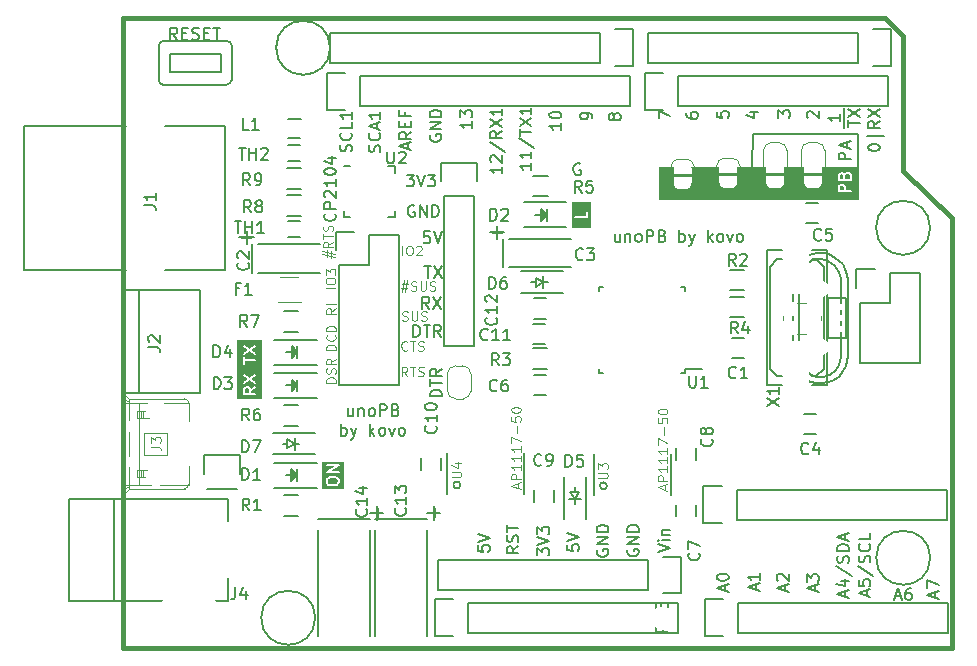
<source format=gto>
G04 #@! TF.GenerationSoftware,KiCad,Pcbnew,5.1.0-rc1-unknown-6bb8fde~66~ubuntu16.04.1*
G04 #@! TF.CreationDate,2019-02-10T19:19:22+01:00
G04 #@! TF.ProjectId,arduino_unoPB,61726475-696e-46f5-9f75-6e6f50422e6b,rev?*
G04 #@! TF.SameCoordinates,Original*
G04 #@! TF.FileFunction,Legend,Top*
G04 #@! TF.FilePolarity,Positive*
%FSLAX46Y46*%
G04 Gerber Fmt 4.6, Leading zero omitted, Abs format (unit mm)*
G04 Created by KiCad (PCBNEW 5.1.0-rc1-unknown-6bb8fde~66~ubuntu16.04.1) date 2019-02-10 19:19:22*
%MOMM*%
%LPD*%
G04 APERTURE LIST*
%ADD10C,0.100000*%
%ADD11C,0.150000*%
%ADD12C,0.400000*%
%ADD13C,0.127000*%
%ADD14C,0.120000*%
%ADD15C,0.050800*%
%ADD16C,0.099060*%
%ADD17C,0.001000*%
%ADD18C,0.076200*%
%ADD19R,2.700020X2.948940*%
%ADD20R,1.597660X1.800860*%
%ADD21R,1.727200X2.032000*%
%ADD22O,1.727200X2.032000*%
%ADD23C,4.064000*%
%ADD24R,3.250000X2.150000*%
%ADD25R,0.950000X2.150000*%
%ADD26C,1.000000*%
%ADD27R,1.500000X0.500000*%
%ADD28R,1.500000X1.000000*%
%ADD29R,0.850000X0.300000*%
%ADD30R,0.300000X0.850000*%
%ADD31R,1.300000X1.300000*%
%ADD32R,2.032000X1.727200*%
%ADD33O,2.032000X1.727200*%
%ADD34R,1.727200X1.727200*%
%ADD35O,1.727200X1.727200*%
%ADD36R,2.148840X1.501140*%
%ADD37R,1.220000X0.910000*%
%ADD38R,0.910000X1.220000*%
%ADD39C,1.524000*%
%ADD40C,2.700020*%
%ADD41R,1.350000X0.400000*%
%ADD42O,0.950000X1.250000*%
%ADD43O,1.550000X1.000000*%
%ADD44C,1.700000*%
%ADD45C,0.550000*%
%ADD46R,0.600000X0.500000*%
%ADD47R,2.235200X2.235200*%
%ADD48R,1.500000X1.400000*%
%ADD49R,1.600000X0.550000*%
%ADD50R,0.550000X1.600000*%
%ADD51C,1.501140*%
%ADD52R,1.998980X5.499100*%
%ADD53R,1.300000X0.600000*%
%ADD54R,1.399540X1.150620*%
%ADD55R,1.200000X0.900000*%
%ADD56R,1.600200X1.198880*%
%ADD57R,1.650000X2.030000*%
%ADD58R,1.500000X1.300000*%
%ADD59R,1.500000X1.250000*%
%ADD60R,1.250000X1.500000*%
%ADD61C,4.800600*%
%ADD62R,4.800600X4.800600*%
G04 APERTURE END LIST*
D10*
G36*
X150876000Y-84023200D02*
G01*
X149352000Y-84023200D01*
X149352000Y-81915000D01*
X150876000Y-81915000D01*
X150876000Y-84023200D01*
G37*
X150876000Y-84023200D02*
X149352000Y-84023200D01*
X149352000Y-81915000D01*
X150876000Y-81915000D01*
X150876000Y-84023200D01*
G36*
X122961400Y-98450400D02*
G01*
X121005600Y-98450400D01*
X121005600Y-93599000D01*
X122961400Y-93599000D01*
X122961400Y-98450400D01*
G37*
X122961400Y-98450400D02*
X121005600Y-98450400D01*
X121005600Y-93599000D01*
X122961400Y-93599000D01*
X122961400Y-98450400D01*
G36*
X129921000Y-106095800D02*
G01*
X128193800Y-106095800D01*
X128193800Y-103936800D01*
X129921000Y-103936800D01*
X129921000Y-106095800D01*
G37*
X129921000Y-106095800D02*
X128193800Y-106095800D01*
X128193800Y-103936800D01*
X129921000Y-103936800D01*
X129921000Y-106095800D01*
D11*
X138323580Y-98348657D02*
X137323580Y-98348657D01*
X137323580Y-98110561D01*
X137371200Y-97967704D01*
X137466438Y-97872466D01*
X137561676Y-97824847D01*
X137752152Y-97777228D01*
X137895009Y-97777228D01*
X138085485Y-97824847D01*
X138180723Y-97872466D01*
X138275961Y-97967704D01*
X138323580Y-98110561D01*
X138323580Y-98348657D01*
X137323580Y-97491514D02*
X137323580Y-96920085D01*
X138323580Y-97205800D02*
X137323580Y-97205800D01*
X138323580Y-96015323D02*
X137847390Y-96348657D01*
X138323580Y-96586752D02*
X137323580Y-96586752D01*
X137323580Y-96205800D01*
X137371200Y-96110561D01*
X137418819Y-96062942D01*
X137514057Y-96015323D01*
X137656914Y-96015323D01*
X137752152Y-96062942D01*
X137799771Y-96110561D01*
X137847390Y-96205800D01*
X137847390Y-96586752D01*
X153367409Y-84596314D02*
X153367409Y-85262980D01*
X152938838Y-84596314D02*
X152938838Y-85120123D01*
X152986457Y-85215361D01*
X153081695Y-85262980D01*
X153224552Y-85262980D01*
X153319790Y-85215361D01*
X153367409Y-85167742D01*
X153843600Y-84596314D02*
X153843600Y-85262980D01*
X153843600Y-84691552D02*
X153891219Y-84643933D01*
X153986457Y-84596314D01*
X154129314Y-84596314D01*
X154224552Y-84643933D01*
X154272171Y-84739171D01*
X154272171Y-85262980D01*
X154891219Y-85262980D02*
X154795980Y-85215361D01*
X154748361Y-85167742D01*
X154700742Y-85072504D01*
X154700742Y-84786790D01*
X154748361Y-84691552D01*
X154795980Y-84643933D01*
X154891219Y-84596314D01*
X155034076Y-84596314D01*
X155129314Y-84643933D01*
X155176933Y-84691552D01*
X155224552Y-84786790D01*
X155224552Y-85072504D01*
X155176933Y-85167742D01*
X155129314Y-85215361D01*
X155034076Y-85262980D01*
X154891219Y-85262980D01*
X155653123Y-85262980D02*
X155653123Y-84262980D01*
X156034076Y-84262980D01*
X156129314Y-84310600D01*
X156176933Y-84358219D01*
X156224552Y-84453457D01*
X156224552Y-84596314D01*
X156176933Y-84691552D01*
X156129314Y-84739171D01*
X156034076Y-84786790D01*
X155653123Y-84786790D01*
X156986457Y-84739171D02*
X157129314Y-84786790D01*
X157176933Y-84834409D01*
X157224552Y-84929647D01*
X157224552Y-85072504D01*
X157176933Y-85167742D01*
X157129314Y-85215361D01*
X157034076Y-85262980D01*
X156653123Y-85262980D01*
X156653123Y-84262980D01*
X156986457Y-84262980D01*
X157081695Y-84310600D01*
X157129314Y-84358219D01*
X157176933Y-84453457D01*
X157176933Y-84548695D01*
X157129314Y-84643933D01*
X157081695Y-84691552D01*
X156986457Y-84739171D01*
X156653123Y-84739171D01*
X158415028Y-85262980D02*
X158415028Y-84262980D01*
X158415028Y-84643933D02*
X158510266Y-84596314D01*
X158700742Y-84596314D01*
X158795980Y-84643933D01*
X158843600Y-84691552D01*
X158891219Y-84786790D01*
X158891219Y-85072504D01*
X158843600Y-85167742D01*
X158795980Y-85215361D01*
X158700742Y-85262980D01*
X158510266Y-85262980D01*
X158415028Y-85215361D01*
X159224552Y-84596314D02*
X159462647Y-85262980D01*
X159700742Y-84596314D02*
X159462647Y-85262980D01*
X159367409Y-85501076D01*
X159319790Y-85548695D01*
X159224552Y-85596314D01*
X160843600Y-85262980D02*
X160843600Y-84262980D01*
X160938838Y-84882028D02*
X161224552Y-85262980D01*
X161224552Y-84596314D02*
X160843600Y-84977266D01*
X161795980Y-85262980D02*
X161700742Y-85215361D01*
X161653123Y-85167742D01*
X161605504Y-85072504D01*
X161605504Y-84786790D01*
X161653123Y-84691552D01*
X161700742Y-84643933D01*
X161795980Y-84596314D01*
X161938838Y-84596314D01*
X162034076Y-84643933D01*
X162081695Y-84691552D01*
X162129314Y-84786790D01*
X162129314Y-85072504D01*
X162081695Y-85167742D01*
X162034076Y-85215361D01*
X161938838Y-85262980D01*
X161795980Y-85262980D01*
X162462647Y-84596314D02*
X162700742Y-85262980D01*
X162938838Y-84596314D01*
X163462647Y-85262980D02*
X163367409Y-85215361D01*
X163319790Y-85167742D01*
X163272171Y-85072504D01*
X163272171Y-84786790D01*
X163319790Y-84691552D01*
X163367409Y-84643933D01*
X163462647Y-84596314D01*
X163605504Y-84596314D01*
X163700742Y-84643933D01*
X163748361Y-84691552D01*
X163795980Y-84786790D01*
X163795980Y-85072504D01*
X163748361Y-85167742D01*
X163700742Y-85215361D01*
X163605504Y-85262980D01*
X163462647Y-85262980D01*
X172918380Y-78287476D02*
X171918380Y-78287476D01*
X171918380Y-77906523D01*
X171966000Y-77811285D01*
X172013619Y-77763666D01*
X172108857Y-77716047D01*
X172251714Y-77716047D01*
X172346952Y-77763666D01*
X172394571Y-77811285D01*
X172442190Y-77906523D01*
X172442190Y-78287476D01*
X172632666Y-77335095D02*
X172632666Y-76858904D01*
X172918380Y-77430333D02*
X171918380Y-77097000D01*
X172918380Y-76763666D01*
X164642800Y-76174600D02*
X164592000Y-78917800D01*
X173583600Y-76174600D02*
X164642800Y-76174600D01*
X173583600Y-78968600D02*
X173583600Y-76174600D01*
D10*
G36*
X173583600Y-81610200D02*
G01*
X156667200Y-81661000D01*
X156667200Y-78968600D01*
X173583600Y-78968600D01*
X173583600Y-81610200D01*
G37*
X173583600Y-81610200D02*
X156667200Y-81661000D01*
X156667200Y-78968600D01*
X173583600Y-78968600D01*
X173583600Y-81610200D01*
D11*
X130770523Y-99354214D02*
X130770523Y-100020880D01*
X130341952Y-99354214D02*
X130341952Y-99878023D01*
X130389571Y-99973261D01*
X130484809Y-100020880D01*
X130627666Y-100020880D01*
X130722904Y-99973261D01*
X130770523Y-99925642D01*
X131246714Y-99354214D02*
X131246714Y-100020880D01*
X131246714Y-99449452D02*
X131294333Y-99401833D01*
X131389571Y-99354214D01*
X131532428Y-99354214D01*
X131627666Y-99401833D01*
X131675285Y-99497071D01*
X131675285Y-100020880D01*
X132294333Y-100020880D02*
X132199095Y-99973261D01*
X132151476Y-99925642D01*
X132103857Y-99830404D01*
X132103857Y-99544690D01*
X132151476Y-99449452D01*
X132199095Y-99401833D01*
X132294333Y-99354214D01*
X132437190Y-99354214D01*
X132532428Y-99401833D01*
X132580047Y-99449452D01*
X132627666Y-99544690D01*
X132627666Y-99830404D01*
X132580047Y-99925642D01*
X132532428Y-99973261D01*
X132437190Y-100020880D01*
X132294333Y-100020880D01*
X133056238Y-100020880D02*
X133056238Y-99020880D01*
X133437190Y-99020880D01*
X133532428Y-99068500D01*
X133580047Y-99116119D01*
X133627666Y-99211357D01*
X133627666Y-99354214D01*
X133580047Y-99449452D01*
X133532428Y-99497071D01*
X133437190Y-99544690D01*
X133056238Y-99544690D01*
X134389571Y-99497071D02*
X134532428Y-99544690D01*
X134580047Y-99592309D01*
X134627666Y-99687547D01*
X134627666Y-99830404D01*
X134580047Y-99925642D01*
X134532428Y-99973261D01*
X134437190Y-100020880D01*
X134056238Y-100020880D01*
X134056238Y-99020880D01*
X134389571Y-99020880D01*
X134484809Y-99068500D01*
X134532428Y-99116119D01*
X134580047Y-99211357D01*
X134580047Y-99306595D01*
X134532428Y-99401833D01*
X134484809Y-99449452D01*
X134389571Y-99497071D01*
X134056238Y-99497071D01*
X129794333Y-101670880D02*
X129794333Y-100670880D01*
X129794333Y-101051833D02*
X129889571Y-101004214D01*
X130080047Y-101004214D01*
X130175285Y-101051833D01*
X130222904Y-101099452D01*
X130270523Y-101194690D01*
X130270523Y-101480404D01*
X130222904Y-101575642D01*
X130175285Y-101623261D01*
X130080047Y-101670880D01*
X129889571Y-101670880D01*
X129794333Y-101623261D01*
X130603857Y-101004214D02*
X130841952Y-101670880D01*
X131080047Y-101004214D02*
X130841952Y-101670880D01*
X130746714Y-101908976D01*
X130699095Y-101956595D01*
X130603857Y-102004214D01*
X132222904Y-101670880D02*
X132222904Y-100670880D01*
X132318142Y-101289928D02*
X132603857Y-101670880D01*
X132603857Y-101004214D02*
X132222904Y-101385166D01*
X133175285Y-101670880D02*
X133080047Y-101623261D01*
X133032428Y-101575642D01*
X132984809Y-101480404D01*
X132984809Y-101194690D01*
X133032428Y-101099452D01*
X133080047Y-101051833D01*
X133175285Y-101004214D01*
X133318142Y-101004214D01*
X133413380Y-101051833D01*
X133461000Y-101099452D01*
X133508619Y-101194690D01*
X133508619Y-101480404D01*
X133461000Y-101575642D01*
X133413380Y-101623261D01*
X133318142Y-101670880D01*
X133175285Y-101670880D01*
X133841952Y-101004214D02*
X134080047Y-101670880D01*
X134318142Y-101004214D01*
X134841952Y-101670880D02*
X134746714Y-101623261D01*
X134699095Y-101575642D01*
X134651476Y-101480404D01*
X134651476Y-101194690D01*
X134699095Y-101099452D01*
X134746714Y-101051833D01*
X134841952Y-101004214D01*
X134984809Y-101004214D01*
X135080047Y-101051833D01*
X135127666Y-101099452D01*
X135175285Y-101194690D01*
X135175285Y-101480404D01*
X135127666Y-101575642D01*
X135080047Y-101623261D01*
X134984809Y-101670880D01*
X134841952Y-101670880D01*
X150020304Y-78671800D02*
X149925066Y-78624180D01*
X149782209Y-78624180D01*
X149639352Y-78671800D01*
X149544114Y-78767038D01*
X149496495Y-78862276D01*
X149448876Y-79052752D01*
X149448876Y-79195609D01*
X149496495Y-79386085D01*
X149544114Y-79481323D01*
X149639352Y-79576561D01*
X149782209Y-79624180D01*
X149877447Y-79624180D01*
X150020304Y-79576561D01*
X150067923Y-79528942D01*
X150067923Y-79195609D01*
X149877447Y-79195609D01*
D12*
X175831500Y-66294000D02*
X111315500Y-66294000D01*
X181493160Y-83248500D02*
X177355500Y-79248000D01*
X177355500Y-79248000D02*
X177355500Y-67818000D01*
X177355500Y-67818000D02*
X175831500Y-66294000D01*
X181493160Y-83248500D02*
X181493160Y-119634000D01*
X111315500Y-119634000D02*
X181493160Y-119634000D01*
X111315500Y-66294000D02*
X111315500Y-119634000D01*
D11*
X180082486Y-115382585D02*
X180082486Y-114906395D01*
X180368200Y-115477823D02*
X179368200Y-115144490D01*
X180368200Y-114811157D01*
X179368200Y-114573061D02*
X179368200Y-113906395D01*
X180368200Y-114334966D01*
D10*
X134957920Y-86404404D02*
X134957920Y-85604404D01*
X135491253Y-85604404D02*
X135643634Y-85604404D01*
X135719824Y-85642500D01*
X135796015Y-85718690D01*
X135834110Y-85871071D01*
X135834110Y-86137738D01*
X135796015Y-86290119D01*
X135719824Y-86366309D01*
X135643634Y-86404404D01*
X135491253Y-86404404D01*
X135415062Y-86366309D01*
X135338872Y-86290119D01*
X135300777Y-86137738D01*
X135300777Y-85871071D01*
X135338872Y-85718690D01*
X135415062Y-85642500D01*
X135491253Y-85604404D01*
X136138872Y-85680595D02*
X136176967Y-85642500D01*
X136253158Y-85604404D01*
X136443634Y-85604404D01*
X136519824Y-85642500D01*
X136557920Y-85680595D01*
X136596015Y-85756785D01*
X136596015Y-85832976D01*
X136557920Y-85947261D01*
X136100777Y-86404404D01*
X136596015Y-86404404D01*
X134900848Y-88855571D02*
X135472277Y-88855571D01*
X135129420Y-88512714D02*
X134900848Y-89541285D01*
X135396086Y-89198428D02*
X134824658Y-89198428D01*
X135167515Y-89541285D02*
X135396086Y-88512714D01*
X135700848Y-89350809D02*
X135815134Y-89388904D01*
X136005610Y-89388904D01*
X136081800Y-89350809D01*
X136119896Y-89312714D01*
X136157991Y-89236523D01*
X136157991Y-89160333D01*
X136119896Y-89084142D01*
X136081800Y-89046047D01*
X136005610Y-89007952D01*
X135853229Y-88969857D01*
X135777039Y-88931761D01*
X135738943Y-88893666D01*
X135700848Y-88817476D01*
X135700848Y-88741285D01*
X135738943Y-88665095D01*
X135777039Y-88627000D01*
X135853229Y-88588904D01*
X136043705Y-88588904D01*
X136157991Y-88627000D01*
X136500848Y-88588904D02*
X136500848Y-89236523D01*
X136538943Y-89312714D01*
X136577039Y-89350809D01*
X136653229Y-89388904D01*
X136805610Y-89388904D01*
X136881800Y-89350809D01*
X136919896Y-89312714D01*
X136957991Y-89236523D01*
X136957991Y-88588904D01*
X137300848Y-89350809D02*
X137415134Y-89388904D01*
X137605610Y-89388904D01*
X137681800Y-89350809D01*
X137719896Y-89312714D01*
X137757991Y-89236523D01*
X137757991Y-89160333D01*
X137719896Y-89084142D01*
X137681800Y-89046047D01*
X137605610Y-89007952D01*
X137453229Y-88969857D01*
X137377039Y-88931761D01*
X137338943Y-88893666D01*
X137300848Y-88817476D01*
X137300848Y-88741285D01*
X137338943Y-88665095D01*
X137377039Y-88627000D01*
X137453229Y-88588904D01*
X137643705Y-88588904D01*
X137757991Y-88627000D01*
X134957948Y-91916209D02*
X135072234Y-91954304D01*
X135262710Y-91954304D01*
X135338900Y-91916209D01*
X135376996Y-91878114D01*
X135415091Y-91801923D01*
X135415091Y-91725733D01*
X135376996Y-91649542D01*
X135338900Y-91611447D01*
X135262710Y-91573352D01*
X135110329Y-91535257D01*
X135034139Y-91497161D01*
X134996043Y-91459066D01*
X134957948Y-91382876D01*
X134957948Y-91306685D01*
X134996043Y-91230495D01*
X135034139Y-91192400D01*
X135110329Y-91154304D01*
X135300805Y-91154304D01*
X135415091Y-91192400D01*
X135757948Y-91154304D02*
X135757948Y-91801923D01*
X135796043Y-91878114D01*
X135834139Y-91916209D01*
X135910329Y-91954304D01*
X136062710Y-91954304D01*
X136138900Y-91916209D01*
X136176996Y-91878114D01*
X136215091Y-91801923D01*
X136215091Y-91154304D01*
X136557948Y-91916209D02*
X136672234Y-91954304D01*
X136862710Y-91954304D01*
X136938900Y-91916209D01*
X136976996Y-91878114D01*
X137015091Y-91801923D01*
X137015091Y-91725733D01*
X136976996Y-91649542D01*
X136938900Y-91611447D01*
X136862710Y-91573352D01*
X136710329Y-91535257D01*
X136634139Y-91497161D01*
X136596043Y-91459066D01*
X136557948Y-91382876D01*
X136557948Y-91306685D01*
X136596043Y-91230495D01*
X136634139Y-91192400D01*
X136710329Y-91154304D01*
X136900805Y-91154304D01*
X137015091Y-91192400D01*
X135383324Y-94392714D02*
X135345229Y-94430809D01*
X135230943Y-94468904D01*
X135154753Y-94468904D01*
X135040467Y-94430809D01*
X134964277Y-94354619D01*
X134926181Y-94278428D01*
X134888086Y-94126047D01*
X134888086Y-94011761D01*
X134926181Y-93859380D01*
X134964277Y-93783190D01*
X135040467Y-93707000D01*
X135154753Y-93668904D01*
X135230943Y-93668904D01*
X135345229Y-93707000D01*
X135383324Y-93745095D01*
X135611896Y-93668904D02*
X136069039Y-93668904D01*
X135840467Y-94468904D02*
X135840467Y-93668904D01*
X136297610Y-94430809D02*
X136411896Y-94468904D01*
X136602372Y-94468904D01*
X136678562Y-94430809D01*
X136716658Y-94392714D01*
X136754753Y-94316523D01*
X136754753Y-94240333D01*
X136716658Y-94164142D01*
X136678562Y-94126047D01*
X136602372Y-94087952D01*
X136449991Y-94049857D01*
X136373800Y-94011761D01*
X136335705Y-93973666D01*
X136297610Y-93897476D01*
X136297610Y-93821285D01*
X136335705Y-93745095D01*
X136373800Y-93707000D01*
X136449991Y-93668904D01*
X136640467Y-93668904D01*
X136754753Y-93707000D01*
X135383324Y-96640604D02*
X135116658Y-96259652D01*
X134926181Y-96640604D02*
X134926181Y-95840604D01*
X135230943Y-95840604D01*
X135307134Y-95878700D01*
X135345229Y-95916795D01*
X135383324Y-95992985D01*
X135383324Y-96107271D01*
X135345229Y-96183461D01*
X135307134Y-96221557D01*
X135230943Y-96259652D01*
X134926181Y-96259652D01*
X135611896Y-95840604D02*
X136069039Y-95840604D01*
X135840467Y-96640604D02*
X135840467Y-95840604D01*
X136297610Y-96602509D02*
X136411896Y-96640604D01*
X136602372Y-96640604D01*
X136678562Y-96602509D01*
X136716658Y-96564414D01*
X136754753Y-96488223D01*
X136754753Y-96412033D01*
X136716658Y-96335842D01*
X136678562Y-96297747D01*
X136602372Y-96259652D01*
X136449991Y-96221557D01*
X136373800Y-96183461D01*
X136335705Y-96145366D01*
X136297610Y-96069176D01*
X136297610Y-95992985D01*
X136335705Y-95916795D01*
X136373800Y-95878700D01*
X136449991Y-95840604D01*
X136640467Y-95840604D01*
X136754753Y-95878700D01*
X129330404Y-97192976D02*
X128530404Y-97192976D01*
X128530404Y-97002500D01*
X128568500Y-96888214D01*
X128644690Y-96812023D01*
X128720880Y-96773928D01*
X128873261Y-96735833D01*
X128987547Y-96735833D01*
X129139928Y-96773928D01*
X129216119Y-96812023D01*
X129292309Y-96888214D01*
X129330404Y-97002500D01*
X129330404Y-97192976D01*
X129292309Y-96431071D02*
X129330404Y-96316785D01*
X129330404Y-96126309D01*
X129292309Y-96050119D01*
X129254214Y-96012023D01*
X129178023Y-95973928D01*
X129101833Y-95973928D01*
X129025642Y-96012023D01*
X128987547Y-96050119D01*
X128949452Y-96126309D01*
X128911357Y-96278690D01*
X128873261Y-96354880D01*
X128835166Y-96392976D01*
X128758976Y-96431071D01*
X128682785Y-96431071D01*
X128606595Y-96392976D01*
X128568500Y-96354880D01*
X128530404Y-96278690D01*
X128530404Y-96088214D01*
X128568500Y-95973928D01*
X129330404Y-95173928D02*
X128949452Y-95440595D01*
X129330404Y-95631071D02*
X128530404Y-95631071D01*
X128530404Y-95326309D01*
X128568500Y-95250119D01*
X128606595Y-95212023D01*
X128682785Y-95173928D01*
X128797071Y-95173928D01*
X128873261Y-95212023D01*
X128911357Y-95250119D01*
X128949452Y-95326309D01*
X128949452Y-95631071D01*
X129330404Y-94418023D02*
X128530404Y-94418023D01*
X128530404Y-94227547D01*
X128568500Y-94113261D01*
X128644690Y-94037071D01*
X128720880Y-93998976D01*
X128873261Y-93960880D01*
X128987547Y-93960880D01*
X129139928Y-93998976D01*
X129216119Y-94037071D01*
X129292309Y-94113261D01*
X129330404Y-94227547D01*
X129330404Y-94418023D01*
X129254214Y-93160880D02*
X129292309Y-93198976D01*
X129330404Y-93313261D01*
X129330404Y-93389452D01*
X129292309Y-93503738D01*
X129216119Y-93579928D01*
X129139928Y-93618023D01*
X128987547Y-93656119D01*
X128873261Y-93656119D01*
X128720880Y-93618023D01*
X128644690Y-93579928D01*
X128568500Y-93503738D01*
X128530404Y-93389452D01*
X128530404Y-93313261D01*
X128568500Y-93198976D01*
X128606595Y-93160880D01*
X129330404Y-92818023D02*
X128530404Y-92818023D01*
X128530404Y-92627547D01*
X128568500Y-92513261D01*
X128644690Y-92437071D01*
X128720880Y-92398976D01*
X128873261Y-92360880D01*
X128987547Y-92360880D01*
X129139928Y-92398976D01*
X129216119Y-92437071D01*
X129292309Y-92513261D01*
X129330404Y-92627547D01*
X129330404Y-92818023D01*
X129330404Y-90900257D02*
X128949452Y-91166923D01*
X129330404Y-91357400D02*
X128530404Y-91357400D01*
X128530404Y-91052638D01*
X128568500Y-90976447D01*
X128606595Y-90938352D01*
X128682785Y-90900257D01*
X128797071Y-90900257D01*
X128873261Y-90938352D01*
X128911357Y-90976447D01*
X128949452Y-91052638D01*
X128949452Y-91357400D01*
X129330404Y-90557400D02*
X128530404Y-90557400D01*
X129299924Y-89192000D02*
X128499924Y-89192000D01*
X128499924Y-88658666D02*
X128499924Y-88506285D01*
X128538020Y-88430095D01*
X128614210Y-88353904D01*
X128766591Y-88315809D01*
X129033258Y-88315809D01*
X129185639Y-88353904D01*
X129261829Y-88430095D01*
X129299924Y-88506285D01*
X129299924Y-88658666D01*
X129261829Y-88734857D01*
X129185639Y-88811047D01*
X129033258Y-88849142D01*
X128766591Y-88849142D01*
X128614210Y-88811047D01*
X128538020Y-88734857D01*
X128499924Y-88658666D01*
X128499924Y-88049142D02*
X128499924Y-87553904D01*
X128804686Y-87820571D01*
X128804686Y-87706285D01*
X128842781Y-87630095D01*
X128880877Y-87592000D01*
X128957067Y-87553904D01*
X129147543Y-87553904D01*
X129223734Y-87592000D01*
X129261829Y-87630095D01*
X129299924Y-87706285D01*
X129299924Y-87934857D01*
X129261829Y-88011047D01*
X129223734Y-88049142D01*
X128543071Y-86550333D02*
X128543071Y-85978904D01*
X128200214Y-86321761D02*
X129228785Y-86550333D01*
X128885928Y-86055095D02*
X128885928Y-86626523D01*
X129228785Y-86283666D02*
X128200214Y-86055095D01*
X129076404Y-85255095D02*
X128695452Y-85521761D01*
X129076404Y-85712238D02*
X128276404Y-85712238D01*
X128276404Y-85407476D01*
X128314500Y-85331285D01*
X128352595Y-85293190D01*
X128428785Y-85255095D01*
X128543071Y-85255095D01*
X128619261Y-85293190D01*
X128657357Y-85331285D01*
X128695452Y-85407476D01*
X128695452Y-85712238D01*
X128276404Y-85026523D02*
X128276404Y-84569380D01*
X129076404Y-84797952D02*
X128276404Y-84797952D01*
X129038309Y-84340809D02*
X129076404Y-84226523D01*
X129076404Y-84036047D01*
X129038309Y-83959857D01*
X129000214Y-83921761D01*
X128924023Y-83883666D01*
X128847833Y-83883666D01*
X128771642Y-83921761D01*
X128733547Y-83959857D01*
X128695452Y-84036047D01*
X128657357Y-84188428D01*
X128619261Y-84264619D01*
X128581166Y-84302714D01*
X128504976Y-84340809D01*
X128428785Y-84340809D01*
X128352595Y-84302714D01*
X128314500Y-84264619D01*
X128276404Y-84188428D01*
X128276404Y-83997952D01*
X128314500Y-83883666D01*
D11*
X174407580Y-77319000D02*
X174407580Y-77223761D01*
X174455200Y-77128523D01*
X174502819Y-77080904D01*
X174598057Y-77033285D01*
X174788533Y-76985666D01*
X175026628Y-76985666D01*
X175217104Y-77033285D01*
X175312342Y-77080904D01*
X175359961Y-77128523D01*
X175407580Y-77223761D01*
X175407580Y-77319000D01*
X175359961Y-77414238D01*
X175312342Y-77461857D01*
X175217104Y-77509476D01*
X175026628Y-77557095D01*
X174788533Y-77557095D01*
X174598057Y-77509476D01*
X174502819Y-77461857D01*
X174455200Y-77414238D01*
X174407580Y-77319000D01*
X175740914Y-76319000D02*
X174312342Y-76319000D01*
X175407580Y-75033285D02*
X174931390Y-75366619D01*
X175407580Y-75604714D02*
X174407580Y-75604714D01*
X174407580Y-75223761D01*
X174455200Y-75128523D01*
X174502819Y-75080904D01*
X174598057Y-75033285D01*
X174740914Y-75033285D01*
X174836152Y-75080904D01*
X174883771Y-75128523D01*
X174931390Y-75223761D01*
X174931390Y-75604714D01*
X174407580Y-74699952D02*
X175407580Y-74033285D01*
X174407580Y-74033285D02*
X175407580Y-74699952D01*
X172042580Y-74466485D02*
X172042580Y-75037914D01*
X172042580Y-74752200D02*
X171042580Y-74752200D01*
X171185438Y-74847438D01*
X171280676Y-74942676D01*
X171328295Y-75037914D01*
X172325200Y-75609342D02*
X172325200Y-74847438D01*
X172692580Y-75514104D02*
X172692580Y-74942676D01*
X173692580Y-75228390D02*
X172692580Y-75228390D01*
X172325200Y-74847438D02*
X172325200Y-73895057D01*
X172692580Y-74704580D02*
X173692580Y-74037914D01*
X172692580Y-74037914D02*
X173692580Y-74704580D01*
X169303439Y-74771214D02*
X169255820Y-74723595D01*
X169208200Y-74628357D01*
X169208200Y-74390261D01*
X169255820Y-74295023D01*
X169303439Y-74247404D01*
X169398677Y-74199785D01*
X169493915Y-74199785D01*
X169636772Y-74247404D01*
X170208200Y-74818833D01*
X170208200Y-74199785D01*
X166769800Y-74755333D02*
X166769800Y-74136285D01*
X167150753Y-74469619D01*
X167150753Y-74326761D01*
X167198372Y-74231523D01*
X167245991Y-74183904D01*
X167341229Y-74136285D01*
X167579324Y-74136285D01*
X167674562Y-74183904D01*
X167722181Y-74231523D01*
X167769800Y-74326761D01*
X167769800Y-74612476D01*
X167722181Y-74707714D01*
X167674562Y-74755333D01*
X164398034Y-74295023D02*
X165064700Y-74295023D01*
X164017081Y-74533119D02*
X164731367Y-74771214D01*
X164731367Y-74152166D01*
X161588200Y-74247404D02*
X161588200Y-74723595D01*
X162064391Y-74771214D01*
X162016772Y-74723595D01*
X161969153Y-74628357D01*
X161969153Y-74390261D01*
X162016772Y-74295023D01*
X162064391Y-74247404D01*
X162159629Y-74199785D01*
X162397724Y-74199785D01*
X162492962Y-74247404D01*
X162540581Y-74295023D01*
X162588200Y-74390261D01*
X162588200Y-74628357D01*
X162540581Y-74723595D01*
X162492962Y-74771214D01*
X158984700Y-74358523D02*
X158984700Y-74549000D01*
X159032320Y-74644238D01*
X159079939Y-74691857D01*
X159222796Y-74787095D01*
X159413272Y-74834714D01*
X159794224Y-74834714D01*
X159889462Y-74787095D01*
X159937081Y-74739476D01*
X159984700Y-74644238D01*
X159984700Y-74453761D01*
X159937081Y-74358523D01*
X159889462Y-74310904D01*
X159794224Y-74263285D01*
X159556129Y-74263285D01*
X159460891Y-74310904D01*
X159413272Y-74358523D01*
X159365653Y-74453761D01*
X159365653Y-74644238D01*
X159413272Y-74739476D01*
X159460891Y-74787095D01*
X159556129Y-74834714D01*
X156660600Y-74818833D02*
X156660600Y-74152166D01*
X157660600Y-74580738D01*
X152872772Y-74771238D02*
X152825153Y-74866476D01*
X152777534Y-74914095D01*
X152682296Y-74961714D01*
X152634677Y-74961714D01*
X152539439Y-74914095D01*
X152491820Y-74866476D01*
X152444200Y-74771238D01*
X152444200Y-74580761D01*
X152491820Y-74485523D01*
X152539439Y-74437904D01*
X152634677Y-74390285D01*
X152682296Y-74390285D01*
X152777534Y-74437904D01*
X152825153Y-74485523D01*
X152872772Y-74580761D01*
X152872772Y-74771238D01*
X152920391Y-74866476D01*
X152968010Y-74914095D01*
X153063248Y-74961714D01*
X153253724Y-74961714D01*
X153348962Y-74914095D01*
X153396581Y-74866476D01*
X153444200Y-74771238D01*
X153444200Y-74580761D01*
X153396581Y-74485523D01*
X153348962Y-74437904D01*
X153253724Y-74390285D01*
X153063248Y-74390285D01*
X152968010Y-74437904D01*
X152920391Y-74485523D01*
X152872772Y-74580761D01*
X151031200Y-74802976D02*
X151031200Y-74612500D01*
X150983581Y-74517261D01*
X150935962Y-74469642D01*
X150793105Y-74374404D01*
X150602629Y-74326785D01*
X150221677Y-74326785D01*
X150126439Y-74374404D01*
X150078820Y-74422023D01*
X150031200Y-74517261D01*
X150031200Y-74707738D01*
X150078820Y-74802976D01*
X150126439Y-74850595D01*
X150221677Y-74898214D01*
X150459772Y-74898214D01*
X150555010Y-74850595D01*
X150602629Y-74802976D01*
X150650248Y-74707738D01*
X150650248Y-74517261D01*
X150602629Y-74422023D01*
X150555010Y-74374404D01*
X150459772Y-74326785D01*
X148415000Y-75183976D02*
X148415000Y-75755404D01*
X148415000Y-75469690D02*
X147415000Y-75469690D01*
X147557858Y-75564928D01*
X147653096Y-75660166D01*
X147700715Y-75755404D01*
X147415000Y-74564928D02*
X147415000Y-74469690D01*
X147462620Y-74374452D01*
X147510239Y-74326833D01*
X147605477Y-74279214D01*
X147795953Y-74231595D01*
X148034048Y-74231595D01*
X148224524Y-74279214D01*
X148319762Y-74326833D01*
X148367381Y-74374452D01*
X148415000Y-74469690D01*
X148415000Y-74564928D01*
X148367381Y-74660166D01*
X148319762Y-74707785D01*
X148224524Y-74755404D01*
X148034048Y-74803023D01*
X147795953Y-74803023D01*
X147605477Y-74755404D01*
X147510239Y-74707785D01*
X147462620Y-74660166D01*
X147415000Y-74564928D01*
X145892780Y-78577819D02*
X145892780Y-79149247D01*
X145892780Y-78863533D02*
X144892780Y-78863533D01*
X145035638Y-78958771D01*
X145130876Y-79054009D01*
X145178495Y-79149247D01*
X145892780Y-77625438D02*
X145892780Y-78196866D01*
X145892780Y-77911152D02*
X144892780Y-77911152D01*
X145035638Y-78006390D01*
X145130876Y-78101628D01*
X145178495Y-78196866D01*
X144845161Y-76482580D02*
X146130876Y-77339723D01*
X144892780Y-76292104D02*
X144892780Y-75720676D01*
X145892780Y-76006390D02*
X144892780Y-76006390D01*
X144892780Y-75482580D02*
X145892780Y-74815914D01*
X144892780Y-74815914D02*
X145892780Y-75482580D01*
X145892780Y-73911152D02*
X145892780Y-74482580D01*
X145892780Y-74196866D02*
X144892780Y-74196866D01*
X145035638Y-74292104D01*
X145130876Y-74387342D01*
X145178495Y-74482580D01*
X143403580Y-78900066D02*
X143403580Y-79471495D01*
X143403580Y-79185780D02*
X142403580Y-79185780D01*
X142546438Y-79281019D01*
X142641676Y-79376257D01*
X142689295Y-79471495D01*
X142498819Y-78519114D02*
X142451200Y-78471495D01*
X142403580Y-78376257D01*
X142403580Y-78138161D01*
X142451200Y-78042923D01*
X142498819Y-77995304D01*
X142594057Y-77947685D01*
X142689295Y-77947685D01*
X142832152Y-77995304D01*
X143403580Y-78566733D01*
X143403580Y-77947685D01*
X142355961Y-76804828D02*
X143641676Y-77661971D01*
X143403580Y-75900066D02*
X142927390Y-76233400D01*
X143403580Y-76471495D02*
X142403580Y-76471495D01*
X142403580Y-76090542D01*
X142451200Y-75995304D01*
X142498819Y-75947685D01*
X142594057Y-75900066D01*
X142736914Y-75900066D01*
X142832152Y-75947685D01*
X142879771Y-75995304D01*
X142927390Y-76090542D01*
X142927390Y-76471495D01*
X142403580Y-75566733D02*
X143403580Y-74900066D01*
X142403580Y-74900066D02*
X143403580Y-75566733D01*
X143403580Y-73995304D02*
X143403580Y-74566733D01*
X143403580Y-74281019D02*
X142403580Y-74281019D01*
X142546438Y-74376257D01*
X142641676Y-74471495D01*
X142689295Y-74566733D01*
X140871200Y-75056976D02*
X140871200Y-75628404D01*
X140871200Y-75342690D02*
X139871200Y-75342690D01*
X140014058Y-75437928D01*
X140109296Y-75533166D01*
X140156915Y-75628404D01*
X139871200Y-74723642D02*
X139871200Y-74104595D01*
X140252153Y-74437928D01*
X140252153Y-74295071D01*
X140299772Y-74199833D01*
X140347391Y-74152214D01*
X140442629Y-74104595D01*
X140680724Y-74104595D01*
X140775962Y-74152214D01*
X140823581Y-74199833D01*
X140871200Y-74295071D01*
X140871200Y-74580785D01*
X140823581Y-74676023D01*
X140775962Y-74723642D01*
X137315320Y-76199904D02*
X137267700Y-76295142D01*
X137267700Y-76438000D01*
X137315320Y-76580857D01*
X137410558Y-76676095D01*
X137505796Y-76723714D01*
X137696272Y-76771333D01*
X137839129Y-76771333D01*
X138029605Y-76723714D01*
X138124843Y-76676095D01*
X138220081Y-76580857D01*
X138267700Y-76438000D01*
X138267700Y-76342761D01*
X138220081Y-76199904D01*
X138172462Y-76152285D01*
X137839129Y-76152285D01*
X137839129Y-76342761D01*
X138267700Y-75723714D02*
X137267700Y-75723714D01*
X138267700Y-75152285D01*
X137267700Y-75152285D01*
X138267700Y-74676095D02*
X137267700Y-74676095D01*
X137267700Y-74438000D01*
X137315320Y-74295142D01*
X137410558Y-74199904D01*
X137505796Y-74152285D01*
X137696272Y-74104666D01*
X137839129Y-74104666D01*
X138029605Y-74152285D01*
X138124843Y-74199904D01*
X138220081Y-74295142D01*
X138267700Y-74438000D01*
X138267700Y-74676095D01*
X135429286Y-77425347D02*
X135429286Y-76949157D01*
X135715000Y-77520585D02*
X134715000Y-77187252D01*
X135715000Y-76853919D01*
X135715000Y-75949157D02*
X135238810Y-76282490D01*
X135715000Y-76520585D02*
X134715000Y-76520585D01*
X134715000Y-76139633D01*
X134762620Y-76044395D01*
X134810239Y-75996776D01*
X134905477Y-75949157D01*
X135048334Y-75949157D01*
X135143572Y-75996776D01*
X135191191Y-76044395D01*
X135238810Y-76139633D01*
X135238810Y-76520585D01*
X135191191Y-75520585D02*
X135191191Y-75187252D01*
X135715000Y-75044395D02*
X135715000Y-75520585D01*
X134715000Y-75520585D01*
X134715000Y-75044395D01*
X135191191Y-74282490D02*
X135191191Y-74615823D01*
X135715000Y-74615823D02*
X134715000Y-74615823D01*
X134715000Y-74139633D01*
X115895619Y-68143380D02*
X115562285Y-67667190D01*
X115324190Y-68143380D02*
X115324190Y-67143380D01*
X115705142Y-67143380D01*
X115800380Y-67191000D01*
X115848000Y-67238619D01*
X115895619Y-67333857D01*
X115895619Y-67476714D01*
X115848000Y-67571952D01*
X115800380Y-67619571D01*
X115705142Y-67667190D01*
X115324190Y-67667190D01*
X116324190Y-67619571D02*
X116657523Y-67619571D01*
X116800380Y-68143380D02*
X116324190Y-68143380D01*
X116324190Y-67143380D01*
X116800380Y-67143380D01*
X117181333Y-68095761D02*
X117324190Y-68143380D01*
X117562285Y-68143380D01*
X117657523Y-68095761D01*
X117705142Y-68048142D01*
X117752761Y-67952904D01*
X117752761Y-67857666D01*
X117705142Y-67762428D01*
X117657523Y-67714809D01*
X117562285Y-67667190D01*
X117371809Y-67619571D01*
X117276571Y-67571952D01*
X117228952Y-67524333D01*
X117181333Y-67429095D01*
X117181333Y-67333857D01*
X117228952Y-67238619D01*
X117276571Y-67191000D01*
X117371809Y-67143380D01*
X117609904Y-67143380D01*
X117752761Y-67191000D01*
X118181333Y-67619571D02*
X118514666Y-67619571D01*
X118657523Y-68143380D02*
X118181333Y-68143380D01*
X118181333Y-67143380D01*
X118657523Y-67143380D01*
X118943238Y-67143380D02*
X119514666Y-67143380D01*
X119228952Y-68143380D02*
X119228952Y-67143380D01*
X135897762Y-93327480D02*
X135897762Y-92327480D01*
X136135858Y-92327480D01*
X136278715Y-92375100D01*
X136373953Y-92470338D01*
X136421572Y-92565576D01*
X136469191Y-92756052D01*
X136469191Y-92898909D01*
X136421572Y-93089385D01*
X136373953Y-93184623D01*
X136278715Y-93279861D01*
X136135858Y-93327480D01*
X135897762Y-93327480D01*
X136754905Y-92327480D02*
X137326334Y-92327480D01*
X137040620Y-93327480D02*
X137040620Y-92327480D01*
X138231096Y-93327480D02*
X137897762Y-92851290D01*
X137659667Y-93327480D02*
X137659667Y-92327480D01*
X138040620Y-92327480D01*
X138135858Y-92375100D01*
X138183477Y-92422719D01*
X138231096Y-92517957D01*
X138231096Y-92660814D01*
X138183477Y-92756052D01*
X138135858Y-92803671D01*
X138040620Y-92851290D01*
X137659667Y-92851290D01*
X137229553Y-90927180D02*
X136896220Y-90450990D01*
X136658124Y-90927180D02*
X136658124Y-89927180D01*
X137039077Y-89927180D01*
X137134315Y-89974800D01*
X137181934Y-90022419D01*
X137229553Y-90117657D01*
X137229553Y-90260514D01*
X137181934Y-90355752D01*
X137134315Y-90403371D01*
X137039077Y-90450990D01*
X136658124Y-90450990D01*
X137562886Y-89927180D02*
X138229553Y-90927180D01*
X138229553Y-89927180D02*
X137562886Y-90927180D01*
X136824815Y-87285580D02*
X137396243Y-87285580D01*
X137110529Y-88285580D02*
X137110529Y-87285580D01*
X137634339Y-87285580D02*
X138301005Y-88285580D01*
X138301005Y-87285580D02*
X137634339Y-88285580D01*
X137294643Y-84389980D02*
X136818453Y-84389980D01*
X136770834Y-84866171D01*
X136818453Y-84818552D01*
X136913691Y-84770933D01*
X137151786Y-84770933D01*
X137247024Y-84818552D01*
X137294643Y-84866171D01*
X137342262Y-84961409D01*
X137342262Y-85199504D01*
X137294643Y-85294742D01*
X137247024Y-85342361D01*
X137151786Y-85389980D01*
X136913691Y-85389980D01*
X136818453Y-85342361D01*
X136770834Y-85294742D01*
X137627977Y-84389980D02*
X137961310Y-85389980D01*
X138294643Y-84389980D01*
X135973915Y-82189700D02*
X135878677Y-82142080D01*
X135735820Y-82142080D01*
X135592962Y-82189700D01*
X135497724Y-82284938D01*
X135450105Y-82380176D01*
X135402486Y-82570652D01*
X135402486Y-82713509D01*
X135450105Y-82903985D01*
X135497724Y-82999223D01*
X135592962Y-83094461D01*
X135735820Y-83142080D01*
X135831058Y-83142080D01*
X135973915Y-83094461D01*
X136021534Y-83046842D01*
X136021534Y-82713509D01*
X135831058Y-82713509D01*
X136450105Y-83142080D02*
X136450105Y-82142080D01*
X137021534Y-83142080D01*
X137021534Y-82142080D01*
X137497724Y-83142080D02*
X137497724Y-82142080D01*
X137735820Y-82142080D01*
X137878677Y-82189700D01*
X137973915Y-82284938D01*
X138021534Y-82380176D01*
X138069153Y-82570652D01*
X138069153Y-82713509D01*
X138021534Y-82903985D01*
X137973915Y-82999223D01*
X137878677Y-83094461D01*
X137735820Y-83142080D01*
X137497724Y-83142080D01*
X135319924Y-79576680D02*
X135938972Y-79576680D01*
X135605639Y-79957633D01*
X135748496Y-79957633D01*
X135843734Y-80005252D01*
X135891353Y-80052871D01*
X135938972Y-80148109D01*
X135938972Y-80386204D01*
X135891353Y-80481442D01*
X135843734Y-80529061D01*
X135748496Y-80576680D01*
X135462781Y-80576680D01*
X135367543Y-80529061D01*
X135319924Y-80481442D01*
X136224686Y-79576680D02*
X136558020Y-80576680D01*
X136891353Y-79576680D01*
X137129448Y-79576680D02*
X137748496Y-79576680D01*
X137415162Y-79957633D01*
X137558020Y-79957633D01*
X137653258Y-80005252D01*
X137700877Y-80052871D01*
X137748496Y-80148109D01*
X137748496Y-80386204D01*
X137700877Y-80481442D01*
X137653258Y-80529061D01*
X137558020Y-80576680D01*
X137272305Y-80576680D01*
X137177067Y-80529061D01*
X137129448Y-80481442D01*
X133051181Y-77636476D02*
X133098800Y-77493619D01*
X133098800Y-77255523D01*
X133051181Y-77160285D01*
X133003562Y-77112666D01*
X132908324Y-77065047D01*
X132813086Y-77065047D01*
X132717848Y-77112666D01*
X132670229Y-77160285D01*
X132622610Y-77255523D01*
X132574991Y-77446000D01*
X132527372Y-77541238D01*
X132479753Y-77588857D01*
X132384515Y-77636476D01*
X132289277Y-77636476D01*
X132194039Y-77588857D01*
X132146420Y-77541238D01*
X132098800Y-77446000D01*
X132098800Y-77207904D01*
X132146420Y-77065047D01*
X133003562Y-76065047D02*
X133051181Y-76112666D01*
X133098800Y-76255523D01*
X133098800Y-76350761D01*
X133051181Y-76493619D01*
X132955943Y-76588857D01*
X132860705Y-76636476D01*
X132670229Y-76684095D01*
X132527372Y-76684095D01*
X132336896Y-76636476D01*
X132241658Y-76588857D01*
X132146420Y-76493619D01*
X132098800Y-76350761D01*
X132098800Y-76255523D01*
X132146420Y-76112666D01*
X132194039Y-76065047D01*
X132813086Y-75684095D02*
X132813086Y-75207904D01*
X133098800Y-75779333D02*
X132098800Y-75446000D01*
X133098800Y-75112666D01*
X133098800Y-74255523D02*
X133098800Y-74826952D01*
X133098800Y-74541238D02*
X132098800Y-74541238D01*
X132241658Y-74636476D01*
X132336896Y-74731714D01*
X132384515Y-74826952D01*
X130638181Y-77612666D02*
X130685800Y-77469809D01*
X130685800Y-77231714D01*
X130638181Y-77136476D01*
X130590562Y-77088857D01*
X130495324Y-77041238D01*
X130400086Y-77041238D01*
X130304848Y-77088857D01*
X130257229Y-77136476D01*
X130209610Y-77231714D01*
X130161991Y-77422190D01*
X130114372Y-77517428D01*
X130066753Y-77565047D01*
X129971515Y-77612666D01*
X129876277Y-77612666D01*
X129781039Y-77565047D01*
X129733420Y-77517428D01*
X129685800Y-77422190D01*
X129685800Y-77184095D01*
X129733420Y-77041238D01*
X130590562Y-76041238D02*
X130638181Y-76088857D01*
X130685800Y-76231714D01*
X130685800Y-76326952D01*
X130638181Y-76469809D01*
X130542943Y-76565047D01*
X130447705Y-76612666D01*
X130257229Y-76660285D01*
X130114372Y-76660285D01*
X129923896Y-76612666D01*
X129828658Y-76565047D01*
X129733420Y-76469809D01*
X129685800Y-76326952D01*
X129685800Y-76231714D01*
X129733420Y-76088857D01*
X129781039Y-76041238D01*
X130685800Y-75136476D02*
X130685800Y-75612666D01*
X129685800Y-75612666D01*
X130685800Y-74279333D02*
X130685800Y-74850761D01*
X130685800Y-74565047D02*
X129685800Y-74565047D01*
X129828658Y-74660285D01*
X129923896Y-74755523D01*
X129971515Y-74850761D01*
X176686934Y-115292166D02*
X177163124Y-115292166D01*
X176591696Y-115577880D02*
X176925029Y-114577880D01*
X177258362Y-115577880D01*
X178020267Y-114577880D02*
X177829791Y-114577880D01*
X177734553Y-114625500D01*
X177686934Y-114673119D01*
X177591696Y-114815976D01*
X177544077Y-115006452D01*
X177544077Y-115387404D01*
X177591696Y-115482642D01*
X177639315Y-115530261D01*
X177734553Y-115577880D01*
X177925029Y-115577880D01*
X178020267Y-115530261D01*
X178067886Y-115482642D01*
X178115505Y-115387404D01*
X178115505Y-115149309D01*
X178067886Y-115054071D01*
X178020267Y-115006452D01*
X177925029Y-114958833D01*
X177734553Y-114958833D01*
X177639315Y-115006452D01*
X177591696Y-115054071D01*
X177544077Y-115149309D01*
X174309066Y-115268047D02*
X174309066Y-114791857D01*
X174594780Y-115363285D02*
X173594780Y-115029952D01*
X174594780Y-114696619D01*
X173594780Y-113887095D02*
X173594780Y-114363285D01*
X174070971Y-114410904D01*
X174023352Y-114363285D01*
X173975733Y-114268047D01*
X173975733Y-114029952D01*
X174023352Y-113934714D01*
X174070971Y-113887095D01*
X174166209Y-113839476D01*
X174404304Y-113839476D01*
X174499542Y-113887095D01*
X174547161Y-113934714D01*
X174594780Y-114029952D01*
X174594780Y-114268047D01*
X174547161Y-114363285D01*
X174499542Y-114410904D01*
X173547161Y-112696619D02*
X174832876Y-113553761D01*
X174547161Y-112410904D02*
X174594780Y-112268047D01*
X174594780Y-112029952D01*
X174547161Y-111934714D01*
X174499542Y-111887095D01*
X174404304Y-111839476D01*
X174309066Y-111839476D01*
X174213828Y-111887095D01*
X174166209Y-111934714D01*
X174118590Y-112029952D01*
X174070971Y-112220428D01*
X174023352Y-112315666D01*
X173975733Y-112363285D01*
X173880495Y-112410904D01*
X173785257Y-112410904D01*
X173690019Y-112363285D01*
X173642400Y-112315666D01*
X173594780Y-112220428D01*
X173594780Y-111982333D01*
X173642400Y-111839476D01*
X174499542Y-110839476D02*
X174547161Y-110887095D01*
X174594780Y-111029952D01*
X174594780Y-111125190D01*
X174547161Y-111268047D01*
X174451923Y-111363285D01*
X174356685Y-111410904D01*
X174166209Y-111458523D01*
X174023352Y-111458523D01*
X173832876Y-111410904D01*
X173737638Y-111363285D01*
X173642400Y-111268047D01*
X173594780Y-111125190D01*
X173594780Y-111029952D01*
X173642400Y-110887095D01*
X173690019Y-110839476D01*
X174594780Y-109934714D02*
X174594780Y-110410904D01*
X173594780Y-110410904D01*
X172480266Y-115291857D02*
X172480266Y-114815666D01*
X172765980Y-115387095D02*
X171765980Y-115053761D01*
X172765980Y-114720428D01*
X172099314Y-113958523D02*
X172765980Y-113958523D01*
X171718361Y-114196619D02*
X172432647Y-114434714D01*
X172432647Y-113815666D01*
X171718361Y-112720428D02*
X173004076Y-113577571D01*
X172718361Y-112434714D02*
X172765980Y-112291857D01*
X172765980Y-112053761D01*
X172718361Y-111958523D01*
X172670742Y-111910904D01*
X172575504Y-111863285D01*
X172480266Y-111863285D01*
X172385028Y-111910904D01*
X172337409Y-111958523D01*
X172289790Y-112053761D01*
X172242171Y-112244238D01*
X172194552Y-112339476D01*
X172146933Y-112387095D01*
X172051695Y-112434714D01*
X171956457Y-112434714D01*
X171861219Y-112387095D01*
X171813600Y-112339476D01*
X171765980Y-112244238D01*
X171765980Y-112006142D01*
X171813600Y-111863285D01*
X172765980Y-111434714D02*
X171765980Y-111434714D01*
X171765980Y-111196619D01*
X171813600Y-111053761D01*
X171908838Y-110958523D01*
X172004076Y-110910904D01*
X172194552Y-110863285D01*
X172337409Y-110863285D01*
X172527885Y-110910904D01*
X172623123Y-110958523D01*
X172718361Y-111053761D01*
X172765980Y-111196619D01*
X172765980Y-111434714D01*
X172480266Y-110482333D02*
X172480266Y-110006142D01*
X172765980Y-110577571D02*
X171765980Y-110244238D01*
X172765980Y-109910904D01*
X169922486Y-114849185D02*
X169922486Y-114372995D01*
X170208200Y-114944423D02*
X169208200Y-114611090D01*
X170208200Y-114277757D01*
X169208200Y-114039661D02*
X169208200Y-113420614D01*
X169589153Y-113753947D01*
X169589153Y-113611090D01*
X169636772Y-113515852D01*
X169684391Y-113468233D01*
X169779629Y-113420614D01*
X170017724Y-113420614D01*
X170112962Y-113468233D01*
X170160581Y-113515852D01*
X170208200Y-113611090D01*
X170208200Y-113896804D01*
X170160581Y-113992042D01*
X170112962Y-114039661D01*
X167382486Y-114798385D02*
X167382486Y-114322195D01*
X167668200Y-114893623D02*
X166668200Y-114560290D01*
X167668200Y-114226957D01*
X166763439Y-113941242D02*
X166715820Y-113893623D01*
X166668200Y-113798385D01*
X166668200Y-113560290D01*
X166715820Y-113465052D01*
X166763439Y-113417433D01*
X166858677Y-113369814D01*
X166953915Y-113369814D01*
X167096772Y-113417433D01*
X167668200Y-113988861D01*
X167668200Y-113369814D01*
X164918686Y-114747585D02*
X164918686Y-114271395D01*
X165204400Y-114842823D02*
X164204400Y-114509490D01*
X165204400Y-114176157D01*
X165204400Y-113319014D02*
X165204400Y-113890442D01*
X165204400Y-113604728D02*
X164204400Y-113604728D01*
X164347258Y-113699966D01*
X164442496Y-113795204D01*
X164490115Y-113890442D01*
X162302486Y-114798385D02*
X162302486Y-114322195D01*
X162588200Y-114893623D02*
X161588200Y-114560290D01*
X162588200Y-114226957D01*
X161588200Y-113703147D02*
X161588200Y-113607909D01*
X161635820Y-113512671D01*
X161683439Y-113465052D01*
X161778677Y-113417433D01*
X161969153Y-113369814D01*
X162207248Y-113369814D01*
X162397724Y-113417433D01*
X162492962Y-113465052D01*
X162540581Y-113512671D01*
X162588200Y-113607909D01*
X162588200Y-113703147D01*
X162540581Y-113798385D01*
X162492962Y-113846004D01*
X162397724Y-113893623D01*
X162207248Y-113941242D01*
X161969153Y-113941242D01*
X161778677Y-113893623D01*
X161683439Y-113846004D01*
X161635820Y-113798385D01*
X161588200Y-113703147D01*
X151450420Y-111340804D02*
X151402800Y-111436042D01*
X151402800Y-111578900D01*
X151450420Y-111721757D01*
X151545658Y-111816995D01*
X151640896Y-111864614D01*
X151831372Y-111912233D01*
X151974229Y-111912233D01*
X152164705Y-111864614D01*
X152259943Y-111816995D01*
X152355181Y-111721757D01*
X152402800Y-111578900D01*
X152402800Y-111483661D01*
X152355181Y-111340804D01*
X152307562Y-111293185D01*
X151974229Y-111293185D01*
X151974229Y-111483661D01*
X152402800Y-110864614D02*
X151402800Y-110864614D01*
X152402800Y-110293185D01*
X151402800Y-110293185D01*
X152402800Y-109816995D02*
X151402800Y-109816995D01*
X151402800Y-109578900D01*
X151450420Y-109436042D01*
X151545658Y-109340804D01*
X151640896Y-109293185D01*
X151831372Y-109245566D01*
X151974229Y-109245566D01*
X152164705Y-109293185D01*
X152259943Y-109340804D01*
X152355181Y-109436042D01*
X152402800Y-109578900D01*
X152402800Y-109816995D01*
X141344400Y-110972576D02*
X141344400Y-111448766D01*
X141820591Y-111496385D01*
X141772972Y-111448766D01*
X141725353Y-111353528D01*
X141725353Y-111115433D01*
X141772972Y-111020195D01*
X141820591Y-110972576D01*
X141915829Y-110924957D01*
X142153924Y-110924957D01*
X142249162Y-110972576D01*
X142296781Y-111020195D01*
X142344400Y-111115433D01*
X142344400Y-111353528D01*
X142296781Y-111448766D01*
X142249162Y-111496385D01*
X141344400Y-110639242D02*
X142344400Y-110305909D01*
X141344400Y-109972576D01*
X144782800Y-111050319D02*
X144306610Y-111383652D01*
X144782800Y-111621747D02*
X143782800Y-111621747D01*
X143782800Y-111240795D01*
X143830420Y-111145557D01*
X143878039Y-111097938D01*
X143973277Y-111050319D01*
X144116134Y-111050319D01*
X144211372Y-111097938D01*
X144258991Y-111145557D01*
X144306610Y-111240795D01*
X144306610Y-111621747D01*
X144735181Y-110669366D02*
X144782800Y-110526509D01*
X144782800Y-110288414D01*
X144735181Y-110193176D01*
X144687562Y-110145557D01*
X144592324Y-110097938D01*
X144497086Y-110097938D01*
X144401848Y-110145557D01*
X144354229Y-110193176D01*
X144306610Y-110288414D01*
X144258991Y-110478890D01*
X144211372Y-110574128D01*
X144163753Y-110621747D01*
X144068515Y-110669366D01*
X143973277Y-110669366D01*
X143878039Y-110621747D01*
X143830420Y-110574128D01*
X143782800Y-110478890D01*
X143782800Y-110240795D01*
X143830420Y-110097938D01*
X143782800Y-109812223D02*
X143782800Y-109240795D01*
X144782800Y-109526509D02*
X143782800Y-109526509D01*
X146399000Y-111816995D02*
X146399000Y-111197947D01*
X146779953Y-111531280D01*
X146779953Y-111388423D01*
X146827572Y-111293185D01*
X146875191Y-111245566D01*
X146970429Y-111197947D01*
X147208524Y-111197947D01*
X147303762Y-111245566D01*
X147351381Y-111293185D01*
X147399000Y-111388423D01*
X147399000Y-111674138D01*
X147351381Y-111769376D01*
X147303762Y-111816995D01*
X146399000Y-110912233D02*
X147399000Y-110578900D01*
X146399000Y-110245566D01*
X146399000Y-110007471D02*
X146399000Y-109388423D01*
X146779953Y-109721757D01*
X146779953Y-109578900D01*
X146827572Y-109483661D01*
X146875191Y-109436042D01*
X146970429Y-109388423D01*
X147208524Y-109388423D01*
X147303762Y-109436042D01*
X147351381Y-109483661D01*
X147399000Y-109578900D01*
X147399000Y-109864614D01*
X147351381Y-109959852D01*
X147303762Y-110007471D01*
X148913600Y-110921776D02*
X148913600Y-111397966D01*
X149389791Y-111445585D01*
X149342172Y-111397966D01*
X149294553Y-111302728D01*
X149294553Y-111064633D01*
X149342172Y-110969395D01*
X149389791Y-110921776D01*
X149485029Y-110874157D01*
X149723124Y-110874157D01*
X149818362Y-110921776D01*
X149865981Y-110969395D01*
X149913600Y-111064633D01*
X149913600Y-111302728D01*
X149865981Y-111397966D01*
X149818362Y-111445585D01*
X148913600Y-110588442D02*
X149913600Y-110255109D01*
X148913600Y-109921776D01*
X154041220Y-111315404D02*
X153993600Y-111410642D01*
X153993600Y-111553500D01*
X154041220Y-111696357D01*
X154136458Y-111791595D01*
X154231696Y-111839214D01*
X154422172Y-111886833D01*
X154565029Y-111886833D01*
X154755505Y-111839214D01*
X154850743Y-111791595D01*
X154945981Y-111696357D01*
X154993600Y-111553500D01*
X154993600Y-111458261D01*
X154945981Y-111315404D01*
X154898362Y-111267785D01*
X154565029Y-111267785D01*
X154565029Y-111458261D01*
X154993600Y-110839214D02*
X153993600Y-110839214D01*
X154993600Y-110267785D01*
X153993600Y-110267785D01*
X154993600Y-109791595D02*
X153993600Y-109791595D01*
X153993600Y-109553500D01*
X154041220Y-109410642D01*
X154136458Y-109315404D01*
X154231696Y-109267785D01*
X154422172Y-109220166D01*
X154565029Y-109220166D01*
X154755505Y-109267785D01*
X154850743Y-109315404D01*
X154945981Y-109410642D01*
X154993600Y-109553500D01*
X154993600Y-109791595D01*
X156584400Y-111551909D02*
X157584400Y-111218576D01*
X156584400Y-110885242D01*
X157584400Y-110551909D02*
X156917734Y-110551909D01*
X156584400Y-110551909D02*
X156632020Y-110599528D01*
X156679639Y-110551909D01*
X156632020Y-110504290D01*
X156584400Y-110551909D01*
X156679639Y-110551909D01*
X156917734Y-110075719D02*
X157584400Y-110075719D01*
X157012972Y-110075719D02*
X156965353Y-110028100D01*
X156917734Y-109932861D01*
X156917734Y-109790004D01*
X156965353Y-109694766D01*
X157060591Y-109647147D01*
X157584400Y-109647147D01*
X137675620Y-107617260D02*
X137675620Y-108816140D01*
X138176000Y-108216700D02*
X137076180Y-108216700D01*
X137073640Y-118673880D02*
X137073640Y-109672120D01*
X132674360Y-109672120D02*
X132674360Y-118673880D01*
X137073640Y-108772960D02*
X132674360Y-108772960D01*
X132849620Y-107617260D02*
X132849620Y-108816140D01*
X133350000Y-108216700D02*
X132250180Y-108216700D01*
X132247640Y-118673880D02*
X132247640Y-109672120D01*
X127848360Y-109672120D02*
X127848360Y-118673880D01*
X132247640Y-108772960D02*
X127848360Y-108772960D01*
X148860400Y-81931800D02*
X145260400Y-81931800D01*
X148860400Y-84031800D02*
X145260400Y-84031800D01*
X146810400Y-83281800D02*
X146810400Y-82681800D01*
X146810400Y-82681800D02*
X147110400Y-82981800D01*
X147110400Y-82981800D02*
X146910400Y-83181800D01*
X146910400Y-83181800D02*
X146910400Y-82931800D01*
X146910400Y-82931800D02*
X146960400Y-82981800D01*
X147210400Y-83481800D02*
X147210400Y-82481800D01*
X146710400Y-82981800D02*
X146210400Y-82981800D01*
X147210400Y-82981800D02*
X146710400Y-83481800D01*
X146710400Y-83481800D02*
X146710400Y-82481800D01*
X146710400Y-82481800D02*
X147210400Y-82981800D01*
X151701500Y-70104000D02*
X128841500Y-70104000D01*
X128841500Y-70104000D02*
X128841500Y-67564000D01*
X128841500Y-67564000D02*
X151701500Y-67564000D01*
X154521500Y-70384000D02*
X152971500Y-70384000D01*
X151701500Y-70104000D02*
X151701500Y-67564000D01*
X152971500Y-67284000D02*
X154521500Y-67284000D01*
X154521500Y-67284000D02*
X154521500Y-70384000D01*
X137715660Y-118644000D02*
X137715660Y-115544000D01*
X139265660Y-118644000D02*
X137715660Y-118644000D01*
X140535660Y-115824000D02*
X140535660Y-118364000D01*
X137715660Y-115544000D02*
X139265660Y-115544000D01*
X158315660Y-118364000D02*
X140535660Y-118364000D01*
X158315660Y-115824000D02*
X158315660Y-118364000D01*
X140535660Y-115824000D02*
X158315660Y-115824000D01*
X128841500Y-68834000D02*
G75*
G03X128841500Y-68834000I-2286000J0D01*
G01*
X179641500Y-84074000D02*
G75*
G03X179641500Y-84074000I-2286000J0D01*
G01*
D13*
X139879180Y-105846920D02*
G75*
G03X139879180Y-105846920I-300000J0D01*
G01*
X145279180Y-103146920D02*
X145279180Y-106646920D01*
X138779180Y-106646920D02*
X138779180Y-103146920D01*
D14*
X166230020Y-76855100D02*
X166830020Y-76855100D01*
X165530020Y-80305100D02*
X165530020Y-77505100D01*
X166830020Y-80955100D02*
X166230020Y-80955100D01*
X167530020Y-77505100D02*
X167530020Y-80305100D01*
X167530020Y-80255100D02*
G75*
G02X166830020Y-80955100I-700000J0D01*
G01*
X166230020Y-80955100D02*
G75*
G02X165530020Y-80255100I0J700000D01*
G01*
X165530020Y-77555100D02*
G75*
G02X166230020Y-76855100I700000J0D01*
G01*
X166830020Y-76855100D02*
G75*
G02X167530020Y-77555100I0J-700000D01*
G01*
D11*
X134303660Y-78876000D02*
X134303660Y-79401000D01*
X130003660Y-83176000D02*
X130003660Y-82651000D01*
X134303660Y-83176000D02*
X134303660Y-82651000D01*
X130003660Y-78876000D02*
X130528660Y-78876000D01*
X130003660Y-83176000D02*
X130528660Y-83176000D01*
X134303660Y-83176000D02*
X133778660Y-83176000D01*
X134303660Y-78876000D02*
X133778660Y-78876000D01*
X141043660Y-81407000D02*
X141043660Y-94107000D01*
X141043660Y-94107000D02*
X138503660Y-94107000D01*
X138503660Y-94107000D02*
X138503660Y-81407000D01*
X141323660Y-78587000D02*
X141323660Y-80137000D01*
X141043660Y-81407000D02*
X138503660Y-81407000D01*
X138223660Y-80137000D02*
X138223660Y-78587000D01*
X138223660Y-78587000D02*
X141323660Y-78587000D01*
X134693660Y-84709000D02*
X134693660Y-97409000D01*
X134693660Y-97409000D02*
X129613660Y-97409000D01*
X129613660Y-97409000D02*
X129613660Y-87249000D01*
X134693660Y-84709000D02*
X132153660Y-84709000D01*
X130883660Y-84429000D02*
X129333660Y-84429000D01*
X132153660Y-84709000D02*
X132153660Y-87249000D01*
X132153660Y-87249000D02*
X129613660Y-87249000D01*
X129333660Y-84429000D02*
X129333660Y-85979000D01*
X122770900Y-87876380D02*
X127972820Y-87876380D01*
X127972820Y-85478620D02*
X122770900Y-85478620D01*
X121772680Y-84378800D02*
X121772680Y-85478620D01*
X121173240Y-84879180D02*
X122372120Y-84879180D01*
X122275600Y-85478620D02*
X122275600Y-87876380D01*
X143512540Y-85034120D02*
X143512540Y-87431880D01*
X142410180Y-84434680D02*
X143609060Y-84434680D01*
X143009620Y-83934300D02*
X143009620Y-85034120D01*
X149209760Y-85034120D02*
X144007840Y-85034120D01*
X144007840Y-87431880D02*
X149209760Y-87431880D01*
X127722520Y-103979000D02*
X124122520Y-103979000D01*
X127722520Y-106079000D02*
X124122520Y-106079000D01*
X125672520Y-105329000D02*
X125672520Y-104729000D01*
X125672520Y-104729000D02*
X125972520Y-105029000D01*
X125972520Y-105029000D02*
X125772520Y-105229000D01*
X125772520Y-105229000D02*
X125772520Y-104979000D01*
X125772520Y-104979000D02*
X125822520Y-105029000D01*
X126072520Y-105529000D02*
X126072520Y-104529000D01*
X125572520Y-105029000D02*
X125072520Y-105029000D01*
X126072520Y-105029000D02*
X125572520Y-105529000D01*
X125572520Y-105529000D02*
X125572520Y-104529000D01*
X125572520Y-104529000D02*
X126072520Y-105029000D01*
X125580140Y-96921700D02*
X126080140Y-97421700D01*
X125580140Y-97921700D02*
X125580140Y-96921700D01*
X126080140Y-97421700D02*
X125580140Y-97921700D01*
X125580140Y-97421700D02*
X125080140Y-97421700D01*
X126080140Y-97921700D02*
X126080140Y-96921700D01*
X125780140Y-97371700D02*
X125830140Y-97421700D01*
X125780140Y-97621700D02*
X125780140Y-97371700D01*
X125980140Y-97421700D02*
X125780140Y-97621700D01*
X125680140Y-97121700D02*
X125980140Y-97421700D01*
X125680140Y-97721700D02*
X125680140Y-97121700D01*
X127730140Y-98471700D02*
X124130140Y-98471700D01*
X127730140Y-96371700D02*
X124130140Y-96371700D01*
X125580140Y-94115000D02*
X126080140Y-94615000D01*
X125580140Y-95115000D02*
X125580140Y-94115000D01*
X126080140Y-94615000D02*
X125580140Y-95115000D01*
X125580140Y-94615000D02*
X125080140Y-94615000D01*
X126080140Y-95115000D02*
X126080140Y-94115000D01*
X125780140Y-94565000D02*
X125830140Y-94615000D01*
X125780140Y-94815000D02*
X125780140Y-94565000D01*
X125980140Y-94615000D02*
X125780140Y-94815000D01*
X125680140Y-94315000D02*
X125980140Y-94615000D01*
X125680140Y-94915000D02*
X125680140Y-94315000D01*
X127730140Y-95665000D02*
X124130140Y-95665000D01*
X127730140Y-93565000D02*
X124130140Y-93565000D01*
X149575520Y-106405680D02*
X149575520Y-106024680D01*
X149575520Y-107421680D02*
X149575520Y-107040680D01*
X149575520Y-107040680D02*
X149194520Y-106405680D01*
X149194520Y-106405680D02*
X149956520Y-106405680D01*
X149956520Y-106405680D02*
X149575520Y-107040680D01*
X149067520Y-107040680D02*
X150083520Y-107040680D01*
X150475520Y-108723180D02*
X150475520Y-105183180D01*
X148675520Y-108723180D02*
X148675520Y-105183180D01*
X148558000Y-89571400D02*
X145018000Y-89571400D01*
X148558000Y-87771400D02*
X145018000Y-87771400D01*
X146875500Y-89179400D02*
X146875500Y-88163400D01*
X146240500Y-88290400D02*
X146875500Y-88671400D01*
X146240500Y-89052400D02*
X146240500Y-88290400D01*
X146875500Y-88671400D02*
X146240500Y-89052400D01*
X147256500Y-88671400D02*
X146875500Y-88671400D01*
X146240500Y-88671400D02*
X145859500Y-88671400D01*
X111579660Y-75438000D02*
X102943660Y-75438000D01*
X119961660Y-75438000D02*
X114881660Y-75438000D01*
X111579660Y-87630000D02*
X102943660Y-87630000D01*
X119961660Y-87630000D02*
X114881660Y-87630000D01*
X102943660Y-87630000D02*
X102943660Y-75438000D01*
X119961660Y-75438000D02*
X119961660Y-87630000D01*
X111445200Y-89375100D02*
X111445200Y-98075100D01*
X117850200Y-89375100D02*
X117850200Y-98075100D01*
X117850200Y-98075100D02*
X111445200Y-98075100D01*
X112675200Y-98075100D02*
X112675200Y-89375100D01*
X111445200Y-89375100D02*
X117850200Y-89375100D01*
D15*
X113524480Y-105163620D02*
G75*
G03X113826740Y-104861360I0J302260D01*
G01*
X113824200Y-104861360D02*
G75*
G03X113524480Y-104561640I-299720J0D01*
G01*
X113524480Y-100164900D02*
G75*
G03X113826740Y-99862640I0J302260D01*
G01*
X113824200Y-99862640D02*
G75*
G03X113524480Y-99562920I-299720J0D01*
G01*
X112475460Y-105161080D02*
X113524480Y-105161080D01*
X112475460Y-104561640D02*
X113524480Y-104561640D01*
X112475460Y-100162360D02*
X113524480Y-100162360D01*
X112475460Y-99562920D02*
X113524480Y-99562920D01*
X112975840Y-104561640D02*
X112975840Y-105161080D01*
X112975840Y-99562920D02*
X112975840Y-100162360D01*
X112876780Y-104561640D02*
X112876780Y-105161080D01*
X112876780Y-99562920D02*
X112876780Y-100162360D01*
X112475460Y-104561640D02*
X112475460Y-105161080D01*
X112475460Y-99562920D02*
X112475460Y-100162360D01*
X111225780Y-106461560D02*
X111375640Y-106611420D01*
X111225780Y-106461560D02*
X111675360Y-106011980D01*
X111675360Y-106011980D02*
X111825220Y-106011980D01*
X111375640Y-98112580D02*
X111225780Y-98262440D01*
X111225780Y-98262440D02*
X111675360Y-98712020D01*
X111675360Y-98712020D02*
X111825220Y-98712020D01*
X111825220Y-106161840D02*
X111375640Y-106611420D01*
X111825220Y-98562160D02*
X111375640Y-98112580D01*
X111825220Y-104360980D02*
X111825220Y-106161840D01*
X111825220Y-101361240D02*
X111825220Y-103362760D01*
X111825220Y-98562160D02*
X111825220Y-100363020D01*
X111525500Y-98912680D02*
G75*
G03X111276580Y-99161600I0J-248920D01*
G01*
X111276580Y-105562400D02*
G75*
G03X111525500Y-105811320I248920J0D01*
G01*
X111276580Y-104360980D02*
X111276580Y-105562400D01*
X111276580Y-101361240D02*
X111276580Y-103362760D01*
X111276580Y-99161600D02*
X111276580Y-100363020D01*
X112625320Y-105811320D02*
X111525500Y-105811320D01*
X112625320Y-98912680D02*
X111525500Y-98912680D01*
X116526760Y-98562160D02*
X111825220Y-98562160D01*
X116526760Y-106161840D02*
X111825220Y-106161840D01*
X116877280Y-98912680D02*
G75*
G03X116526760Y-98562160I-350520J0D01*
G01*
X116526760Y-106159300D02*
G75*
G03X116874740Y-105811320I0J347980D01*
G01*
D16*
X116874740Y-98912680D02*
X116874740Y-100462080D01*
X116874740Y-105811320D02*
X116874740Y-104261920D01*
X112625320Y-98912680D02*
X116874740Y-98912680D01*
X112625320Y-105811320D02*
X116874740Y-105811320D01*
X112625320Y-98912680D02*
X112625320Y-105811320D01*
D15*
X115025620Y-101412040D02*
X115025620Y-103311960D01*
X115025620Y-103311960D02*
X113125700Y-103311960D01*
X113125700Y-103311960D02*
X113125700Y-101412040D01*
X113125700Y-101412040D02*
X115025620Y-101412040D01*
D14*
X138773660Y-96455000D02*
G75*
G02X139473660Y-95755000I700000J0D01*
G01*
X140073660Y-95755000D02*
G75*
G02X140773660Y-96455000I0J-700000D01*
G01*
X140773660Y-97855000D02*
G75*
G02X140073660Y-98555000I-700000J0D01*
G01*
X139473660Y-98555000D02*
G75*
G02X138773660Y-97855000I0J700000D01*
G01*
X140073660Y-98555000D02*
X139473660Y-98555000D01*
X140773660Y-96455000D02*
X140773660Y-97855000D01*
X139473660Y-95755000D02*
X140073660Y-95755000D01*
X138773660Y-97855000D02*
X138773660Y-96455000D01*
D11*
X173682660Y-90424000D02*
X173682660Y-95504000D01*
X173402660Y-87604000D02*
X174952660Y-87604000D01*
X176222660Y-87884000D02*
X176222660Y-90424000D01*
X176222660Y-90424000D02*
X173682660Y-90424000D01*
X173682660Y-95504000D02*
X178762660Y-95504000D01*
X178762660Y-95504000D02*
X178762660Y-90424000D01*
X173402660Y-87604000D02*
X173402660Y-89154000D01*
X178762660Y-87884000D02*
X176222660Y-87884000D01*
X178762660Y-90424000D02*
X178762660Y-87884000D01*
X121257660Y-103352000D02*
X121257660Y-104902000D01*
X118157660Y-104902000D02*
X118157660Y-103352000D01*
X118157660Y-103352000D02*
X121257660Y-103352000D01*
X118437660Y-106172000D02*
X120977660Y-106172000D01*
X120517860Y-71554000D02*
X120517860Y-68654000D01*
X114345460Y-68654000D02*
X114345460Y-71604000D01*
X119580660Y-70866000D02*
X115262660Y-70866000D01*
X115262660Y-70866000D02*
X115262660Y-69342000D01*
X115262660Y-69342000D02*
X119580660Y-69342000D01*
X119580660Y-69342000D02*
X119580660Y-70866000D01*
X114695460Y-71954000D02*
G75*
G02X114345460Y-71604000I0J350000D01*
G01*
X120517304Y-71526372D02*
G75*
G02X120067860Y-71954000I-449444J22372D01*
G01*
X120117860Y-68254000D02*
G75*
G02X120517860Y-68654000I0J-400000D01*
G01*
X114345460Y-68654000D02*
G75*
G02X114745460Y-68254000I400000J0D01*
G01*
X120067860Y-71954000D02*
X114695460Y-71954000D01*
X120117860Y-68254000D02*
X114745460Y-68254000D01*
X158892660Y-96335000D02*
X158892660Y-96010000D01*
X151642660Y-96335000D02*
X151642660Y-96010000D01*
X151642660Y-89085000D02*
X151642660Y-89410000D01*
X158892660Y-89085000D02*
X158892660Y-89410000D01*
X158892660Y-96335000D02*
X158567660Y-96335000D01*
X158892660Y-89085000D02*
X158567660Y-89085000D01*
X151642660Y-89085000D02*
X151967660Y-89085000D01*
X151642660Y-96335000D02*
X151967660Y-96335000D01*
X158892660Y-96010000D02*
X160317660Y-96010000D01*
D13*
X151187080Y-106735820D02*
X151187080Y-103235820D01*
X157687080Y-103235820D02*
X157687080Y-106735820D01*
X152287080Y-105935820D02*
G75*
G03X152287080Y-105935820I-300000J0D01*
G01*
D11*
X169336720Y-87022940D02*
X169738040Y-86822280D01*
X169738040Y-86822280D02*
X170337480Y-86720680D01*
X170337480Y-86720680D02*
X170837860Y-86822280D01*
X170837860Y-86822280D02*
X171536360Y-87221060D01*
X171536360Y-87221060D02*
X171937680Y-87823040D01*
X171937680Y-87823040D02*
X172138340Y-88422480D01*
X172138340Y-88422480D02*
X172138340Y-95021400D01*
X172138340Y-95021400D02*
X171937680Y-95722440D01*
X171937680Y-95722440D02*
X171637960Y-96121220D01*
X171637960Y-96121220D02*
X171137580Y-96522540D01*
X171137580Y-96522540D02*
X170538140Y-96723200D01*
X170538140Y-96723200D02*
X170037760Y-96723200D01*
X170037760Y-96723200D02*
X169537380Y-96522540D01*
X169537380Y-96522540D02*
X168937940Y-96022160D01*
X168937940Y-96022160D02*
X168638220Y-95521780D01*
X168638220Y-95521780D02*
X168536620Y-95021400D01*
X168536620Y-94922340D02*
X168536620Y-88320880D01*
X168536620Y-88320880D02*
X168638220Y-87922100D01*
X168638220Y-87922100D02*
X168937940Y-87421720D01*
X168937940Y-87421720D02*
X169438320Y-86921340D01*
X168008300Y-94912180D02*
X168056560Y-95371920D01*
X168056560Y-95371920D02*
X168168320Y-95770700D01*
X168168320Y-95770700D02*
X168386760Y-96202500D01*
X168386760Y-96202500D02*
X168617900Y-96492060D01*
X168617900Y-96492060D02*
X168968420Y-96822260D01*
X168968420Y-96822260D02*
X169506900Y-97111820D01*
X169506900Y-97111820D02*
X170106340Y-97241360D01*
X170106340Y-97241360D02*
X170616880Y-97241360D01*
X170616880Y-97241360D02*
X171317920Y-97071180D01*
X171317920Y-97071180D02*
X171907200Y-96672400D01*
X171907200Y-96672400D02*
X172278040Y-96212660D01*
X172278040Y-96212660D02*
X172486320Y-95791020D01*
X172486320Y-95791020D02*
X172646340Y-95341440D01*
X172646340Y-95341440D02*
X172676820Y-94902020D01*
X172458380Y-87561420D02*
X172237400Y-87182960D01*
X172237400Y-87182960D02*
X171958000Y-86862920D01*
X171958000Y-86862920D02*
X171627800Y-86611460D01*
X171627800Y-86611460D02*
X171076620Y-86311740D01*
X171076620Y-86311740D02*
X170606720Y-86202520D01*
X170606720Y-86202520D02*
X170146980Y-86182200D01*
X170146980Y-86182200D02*
X169687240Y-86271100D01*
X169687240Y-86271100D02*
X169237660Y-86461600D01*
X169237660Y-86461600D02*
X168767760Y-86822280D01*
X168767760Y-86822280D02*
X168447720Y-87172800D01*
X168447720Y-87172800D02*
X168216580Y-87561420D01*
X168216580Y-87561420D02*
X168076880Y-87990680D01*
X168076880Y-87990680D02*
X168008300Y-88432640D01*
X172666660Y-94922340D02*
X172666660Y-88470740D01*
X172666660Y-88470740D02*
X172628560Y-88051640D01*
X172628560Y-88051640D02*
X172458380Y-87561420D01*
X168008300Y-94922340D02*
X168008300Y-88470740D01*
X166697660Y-96647000D02*
X167078660Y-96647000D01*
X169999660Y-96647000D02*
X169618660Y-96647000D01*
X169999660Y-86741000D02*
X169618660Y-86741000D01*
X166697660Y-86741000D02*
X167078660Y-86741000D01*
X165808660Y-85979000D02*
X167078660Y-85979000D01*
X170888660Y-85979000D02*
X169618660Y-85979000D01*
X170888660Y-97409000D02*
X169618660Y-97409000D01*
X165808660Y-97409000D02*
X167078660Y-97409000D01*
X169999660Y-96647000D02*
X170634660Y-96012000D01*
X170634660Y-96012000D02*
X170634660Y-87376000D01*
X170634660Y-87376000D02*
X169999660Y-86741000D01*
X166697660Y-86741000D02*
X166062660Y-87376000D01*
X166062660Y-87376000D02*
X166062660Y-96012000D01*
X166062660Y-96012000D02*
X166697660Y-96647000D01*
X170888660Y-85979000D02*
X170888660Y-97409000D01*
X165808660Y-97409000D02*
X165808660Y-85979000D01*
X171027660Y-89994000D02*
X171027660Y-93394000D01*
X171027660Y-93394000D02*
X172527660Y-93394000D01*
X172527660Y-93394000D02*
X172527660Y-89994000D01*
X172527660Y-89994000D02*
X171027660Y-89994000D01*
D17*
X167233600Y-93032580D02*
X167233600Y-90431620D01*
X170434000Y-93032580D02*
X167233600Y-93032580D01*
X170434000Y-90431620D02*
X170434000Y-93032580D01*
X167233600Y-90431620D02*
X170434000Y-90431620D01*
X168262300Y-92240100D02*
X168262300Y-93002100D01*
X167246300Y-92240100D02*
X168262300Y-92240100D01*
D11*
X125232160Y-102362000D02*
X124851160Y-102362000D01*
X126248160Y-102362000D02*
X125867160Y-102362000D01*
X125867160Y-102362000D02*
X125232160Y-102743000D01*
X125232160Y-102743000D02*
X125232160Y-101981000D01*
X125232160Y-101981000D02*
X125867160Y-102362000D01*
X125867160Y-102870000D02*
X125867160Y-101854000D01*
X127549660Y-101462000D02*
X124009660Y-101462000D01*
X127549660Y-103262000D02*
X124009660Y-103262000D01*
X126303660Y-84876000D02*
X125303660Y-84876000D01*
X125303660Y-83526000D02*
X126303660Y-83526000D01*
X126303660Y-78399000D02*
X125303660Y-78399000D01*
X125303660Y-77049000D02*
X126303660Y-77049000D01*
X126354840Y-74891900D02*
X125303280Y-74891900D01*
X125252480Y-76492100D02*
X126304040Y-76492100D01*
D14*
X170030420Y-76855100D02*
G75*
G02X170730420Y-77555100I0J-700000D01*
G01*
X168730420Y-77555100D02*
G75*
G02X169430420Y-76855100I700000J0D01*
G01*
X169430420Y-80955100D02*
G75*
G02X168730420Y-80255100I0J700000D01*
G01*
X170730420Y-80255100D02*
G75*
G02X170030420Y-80955100I-700000J0D01*
G01*
X170730420Y-77505100D02*
X170730420Y-80305100D01*
X170030420Y-80955100D02*
X169430420Y-80955100D01*
X168730420Y-80305100D02*
X168730420Y-77505100D01*
X169430420Y-76855100D02*
X170030420Y-76855100D01*
X126420000Y-90351000D02*
X124420000Y-90351000D01*
X124420000Y-88211000D02*
X126420000Y-88211000D01*
D11*
X124949660Y-106694000D02*
X126149660Y-106694000D01*
X126149660Y-108444000D02*
X124949660Y-108444000D01*
X162727080Y-87633840D02*
X163927080Y-87633840D01*
X163927080Y-89383840D02*
X162727080Y-89383840D01*
X146031660Y-94248000D02*
X147231660Y-94248000D01*
X147231660Y-95998000D02*
X146031660Y-95998000D01*
X162716920Y-89919840D02*
X163916920Y-89919840D01*
X163916920Y-91669840D02*
X162716920Y-91669840D01*
X147259600Y-81418400D02*
X146059600Y-81418400D01*
X146059600Y-79668400D02*
X147259600Y-79668400D01*
X124949660Y-99074000D02*
X126149660Y-99074000D01*
X126149660Y-100824000D02*
X124949660Y-100824000D01*
X126123000Y-92861100D02*
X124923000Y-92861100D01*
X124923000Y-91111100D02*
X126123000Y-91111100D01*
X126403660Y-83044000D02*
X125203660Y-83044000D01*
X125203660Y-81294000D02*
X126403660Y-81294000D01*
X125203660Y-79008000D02*
X126403660Y-79008000D01*
X126403660Y-80758000D02*
X125203660Y-80758000D01*
X162880420Y-95132260D02*
X163880420Y-95132260D01*
X163880420Y-93432260D02*
X162880420Y-93432260D01*
X169007660Y-101561000D02*
X170007660Y-101561000D01*
X170007660Y-99861000D02*
X169007660Y-99861000D01*
X170118660Y-81954000D02*
X169118660Y-81954000D01*
X169118660Y-83654000D02*
X170118660Y-83654000D01*
X147131660Y-96559000D02*
X146131660Y-96559000D01*
X146131660Y-98259000D02*
X147131660Y-98259000D01*
X159790500Y-108513500D02*
X159790500Y-107513500D01*
X158090500Y-107513500D02*
X158090500Y-108513500D01*
X159790500Y-103751000D02*
X159790500Y-102751000D01*
X158090500Y-102751000D02*
X158090500Y-103751000D01*
X147829640Y-107289220D02*
X147829640Y-106289220D01*
X146129640Y-106289220D02*
X146129640Y-107289220D01*
X136564000Y-103576500D02*
X136564000Y-104576500D01*
X138264000Y-104576500D02*
X138264000Y-103576500D01*
X146058000Y-93890200D02*
X147058000Y-93890200D01*
X147058000Y-92190200D02*
X146058000Y-92190200D01*
X146108800Y-91756600D02*
X147108800Y-91756600D01*
X147108800Y-90056600D02*
X146108800Y-90056600D01*
X107462320Y-106997500D02*
X106700320Y-106997500D01*
X106700320Y-106997500D02*
X106700320Y-115633500D01*
X106700320Y-115633500D02*
X107462320Y-115633500D01*
X110510320Y-106997500D02*
X110510320Y-115633500D01*
X120162320Y-106997500D02*
X120162320Y-115633500D01*
X107462320Y-115633500D02*
X120162320Y-115633500D01*
X107462320Y-106997500D02*
X120162320Y-106997500D01*
X160448660Y-109055500D02*
X160448660Y-105955500D01*
X161998660Y-109055500D02*
X160448660Y-109055500D01*
X163268660Y-106235500D02*
X163268660Y-108775500D01*
X160448660Y-105955500D02*
X161998660Y-105955500D01*
X181048660Y-108775500D02*
X163268660Y-108775500D01*
X181048660Y-106235500D02*
X181048660Y-108775500D01*
X163268660Y-106235500D02*
X181048660Y-106235500D01*
X128571660Y-74067000D02*
X128571660Y-70967000D01*
X130121660Y-74067000D02*
X128571660Y-74067000D01*
X131391660Y-71247000D02*
X131391660Y-73787000D01*
X128571660Y-70967000D02*
X130121660Y-70967000D01*
X154251660Y-73787000D02*
X131391660Y-73787000D01*
X154251660Y-71247000D02*
X154251660Y-73787000D01*
X131391660Y-71247000D02*
X154251660Y-71247000D01*
X158315660Y-71247000D02*
X176095660Y-71247000D01*
X176095660Y-71247000D02*
X176095660Y-73787000D01*
X176095660Y-73787000D02*
X158315660Y-73787000D01*
X155495660Y-70967000D02*
X157045660Y-70967000D01*
X158315660Y-71247000D02*
X158315660Y-73787000D01*
X157045660Y-74067000D02*
X155495660Y-74067000D01*
X155495660Y-74067000D02*
X155495660Y-70967000D01*
X127581660Y-117094000D02*
G75*
G03X127581660Y-117094000I-2286000J0D01*
G01*
X179651660Y-112014000D02*
G75*
G03X179651660Y-112014000I-2286000J0D01*
G01*
X127581660Y-117094000D02*
G75*
G03X127581660Y-117094000I-2286000J0D01*
G01*
X128851660Y-68834000D02*
G75*
G03X128851660Y-68834000I-2286000J0D01*
G01*
X155775660Y-114744500D02*
X137995660Y-114744500D01*
X137995660Y-114744500D02*
X137995660Y-112204500D01*
X137995660Y-112204500D02*
X155775660Y-112204500D01*
X158595660Y-115024500D02*
X157045660Y-115024500D01*
X155775660Y-114744500D02*
X155775660Y-112204500D01*
X157045660Y-111924500D02*
X158595660Y-111924500D01*
X158595660Y-111924500D02*
X158595660Y-115024500D01*
X160565500Y-118644000D02*
X160565500Y-115544000D01*
X162115500Y-118644000D02*
X160565500Y-118644000D01*
X163385500Y-115824000D02*
X163385500Y-118364000D01*
X160565500Y-115544000D02*
X162115500Y-115544000D01*
X181165500Y-118364000D02*
X163385500Y-118364000D01*
X181165500Y-115824000D02*
X181165500Y-118364000D01*
X163385500Y-115824000D02*
X181165500Y-115824000D01*
X173555660Y-70104000D02*
X155775660Y-70104000D01*
X155775660Y-70104000D02*
X155775660Y-67564000D01*
X155775660Y-67564000D02*
X173555660Y-67564000D01*
X176375660Y-70384000D02*
X174825660Y-70384000D01*
X173555660Y-70104000D02*
X173555660Y-67564000D01*
X174825660Y-67284000D02*
X176375660Y-67284000D01*
X176375660Y-67284000D02*
X176375660Y-70384000D01*
D14*
X161560000Y-78865500D02*
G75*
G02X162260000Y-78165500I700000J0D01*
G01*
X162860000Y-78165500D02*
G75*
G02X163560000Y-78865500I0J-700000D01*
G01*
X163560000Y-80265500D02*
G75*
G02X162860000Y-80965500I-700000J0D01*
G01*
X162260000Y-80965500D02*
G75*
G02X161560000Y-80265500I0J700000D01*
G01*
X162860000Y-80965500D02*
X162260000Y-80965500D01*
X163560000Y-78865500D02*
X163560000Y-80265500D01*
X162260000Y-78165500D02*
X162860000Y-78165500D01*
X161560000Y-80265500D02*
X161560000Y-78865500D01*
X157686500Y-80348000D02*
X157686500Y-78948000D01*
X158386500Y-78248000D02*
X158986500Y-78248000D01*
X159686500Y-78948000D02*
X159686500Y-80348000D01*
X158986500Y-81048000D02*
X158386500Y-81048000D01*
X158386500Y-81048000D02*
G75*
G02X157686500Y-80348000I0J700000D01*
G01*
X159686500Y-80348000D02*
G75*
G02X158986500Y-81048000I-700000J0D01*
G01*
X158986500Y-78248000D02*
G75*
G02X159686500Y-78948000I0J-700000D01*
G01*
X157686500Y-78948000D02*
G75*
G02X158386500Y-78248000I700000J0D01*
G01*
D11*
X135205742Y-107818157D02*
X135253361Y-107865776D01*
X135300980Y-108008633D01*
X135300980Y-108103871D01*
X135253361Y-108246728D01*
X135158123Y-108341966D01*
X135062885Y-108389585D01*
X134872409Y-108437204D01*
X134729552Y-108437204D01*
X134539076Y-108389585D01*
X134443838Y-108341966D01*
X134348600Y-108246728D01*
X134300980Y-108103871D01*
X134300980Y-108008633D01*
X134348600Y-107865776D01*
X134396219Y-107818157D01*
X135300980Y-106865776D02*
X135300980Y-107437204D01*
X135300980Y-107151490D02*
X134300980Y-107151490D01*
X134443838Y-107246728D01*
X134539076Y-107341966D01*
X134586695Y-107437204D01*
X134300980Y-106532442D02*
X134300980Y-105913395D01*
X134681933Y-106246728D01*
X134681933Y-106103871D01*
X134729552Y-106008633D01*
X134777171Y-105961014D01*
X134872409Y-105913395D01*
X135110504Y-105913395D01*
X135205742Y-105961014D01*
X135253361Y-106008633D01*
X135300980Y-106103871D01*
X135300980Y-106389585D01*
X135253361Y-106484823D01*
X135205742Y-106532442D01*
X137744508Y-108600192D02*
X137744508Y-107838287D01*
X138125460Y-108219240D02*
X137363556Y-108219240D01*
X131903742Y-107907057D02*
X131951361Y-107954676D01*
X131998980Y-108097533D01*
X131998980Y-108192771D01*
X131951361Y-108335628D01*
X131856123Y-108430866D01*
X131760885Y-108478485D01*
X131570409Y-108526104D01*
X131427552Y-108526104D01*
X131237076Y-108478485D01*
X131141838Y-108430866D01*
X131046600Y-108335628D01*
X130998980Y-108192771D01*
X130998980Y-108097533D01*
X131046600Y-107954676D01*
X131094219Y-107907057D01*
X131998980Y-106954676D02*
X131998980Y-107526104D01*
X131998980Y-107240390D02*
X130998980Y-107240390D01*
X131141838Y-107335628D01*
X131237076Y-107430866D01*
X131284695Y-107526104D01*
X131332314Y-106097533D02*
X131998980Y-106097533D01*
X130951361Y-106335628D02*
X131665647Y-106573723D01*
X131665647Y-105954676D01*
X132918508Y-108600192D02*
X132918508Y-107838287D01*
X133299460Y-108219240D02*
X132537556Y-108219240D01*
X142390904Y-83459580D02*
X142390904Y-82459580D01*
X142629000Y-82459580D01*
X142771857Y-82507200D01*
X142867095Y-82602438D01*
X142914714Y-82697676D01*
X142962333Y-82888152D01*
X142962333Y-83031009D01*
X142914714Y-83221485D01*
X142867095Y-83316723D01*
X142771857Y-83411961D01*
X142629000Y-83459580D01*
X142390904Y-83459580D01*
X143343285Y-82554819D02*
X143390904Y-82507200D01*
X143486142Y-82459580D01*
X143724238Y-82459580D01*
X143819476Y-82507200D01*
X143867095Y-82554819D01*
X143914714Y-82650057D01*
X143914714Y-82745295D01*
X143867095Y-82888152D01*
X143295666Y-83459580D01*
X143914714Y-83459580D01*
D18*
X139145675Y-105185996D02*
X139803656Y-105185996D01*
X139881065Y-105147291D01*
X139919770Y-105108586D01*
X139958475Y-105031177D01*
X139958475Y-104876358D01*
X139919770Y-104798948D01*
X139881065Y-104760243D01*
X139803656Y-104721539D01*
X139145675Y-104721539D01*
X139416608Y-103986148D02*
X139958475Y-103986148D01*
X139106970Y-104179672D02*
X139687541Y-104373196D01*
X139687541Y-103870034D01*
X144770686Y-106104871D02*
X144770686Y-105717823D01*
X145002915Y-106182280D02*
X144190115Y-105911347D01*
X145002915Y-105640414D01*
X145002915Y-105369480D02*
X144190115Y-105369480D01*
X144190115Y-105059842D01*
X144228820Y-104982433D01*
X144267524Y-104943728D01*
X144344934Y-104905023D01*
X144461048Y-104905023D01*
X144538458Y-104943728D01*
X144577162Y-104982433D01*
X144615867Y-105059842D01*
X144615867Y-105369480D01*
X145002915Y-104130928D02*
X145002915Y-104595385D01*
X145002915Y-104363157D02*
X144190115Y-104363157D01*
X144306229Y-104440566D01*
X144383639Y-104517976D01*
X144422343Y-104595385D01*
X145002915Y-103356833D02*
X145002915Y-103821290D01*
X145002915Y-103589061D02*
X144190115Y-103589061D01*
X144306229Y-103666471D01*
X144383639Y-103743880D01*
X144422343Y-103821290D01*
X145002915Y-102582738D02*
X145002915Y-103047195D01*
X145002915Y-102814966D02*
X144190115Y-102814966D01*
X144306229Y-102892376D01*
X144383639Y-102969785D01*
X144422343Y-103047195D01*
X144190115Y-102311804D02*
X144190115Y-101769938D01*
X145002915Y-102118280D01*
X144693277Y-101460300D02*
X144693277Y-100841023D01*
X144190115Y-100066928D02*
X144190115Y-100453976D01*
X144577162Y-100492680D01*
X144538458Y-100453976D01*
X144499753Y-100376566D01*
X144499753Y-100183042D01*
X144538458Y-100105633D01*
X144577162Y-100066928D01*
X144654572Y-100028223D01*
X144848096Y-100028223D01*
X144925505Y-100066928D01*
X144964210Y-100105633D01*
X145002915Y-100183042D01*
X145002915Y-100376566D01*
X144964210Y-100453976D01*
X144925505Y-100492680D01*
X144190115Y-99525061D02*
X144190115Y-99447652D01*
X144228820Y-99370242D01*
X144267524Y-99331538D01*
X144344934Y-99292833D01*
X144499753Y-99254128D01*
X144693277Y-99254128D01*
X144848096Y-99292833D01*
X144925505Y-99331538D01*
X144964210Y-99370242D01*
X145002915Y-99447652D01*
X145002915Y-99525061D01*
X144964210Y-99602471D01*
X144925505Y-99641176D01*
X144848096Y-99679880D01*
X144693277Y-99718585D01*
X144499753Y-99718585D01*
X144344934Y-99679880D01*
X144267524Y-99641176D01*
X144228820Y-99602471D01*
X144190115Y-99525061D01*
D11*
X133687915Y-77620880D02*
X133687915Y-78430404D01*
X133735534Y-78525642D01*
X133783153Y-78573261D01*
X133878391Y-78620880D01*
X134068867Y-78620880D01*
X134164105Y-78573261D01*
X134211724Y-78525642D01*
X134259343Y-78430404D01*
X134259343Y-77620880D01*
X134687915Y-77716119D02*
X134735534Y-77668500D01*
X134830772Y-77620880D01*
X135068867Y-77620880D01*
X135164105Y-77668500D01*
X135211724Y-77716119D01*
X135259343Y-77811357D01*
X135259343Y-77906595D01*
X135211724Y-78049452D01*
X134640296Y-78620880D01*
X135259343Y-78620880D01*
X129244362Y-82879938D02*
X129291981Y-82927557D01*
X129339600Y-83070414D01*
X129339600Y-83165652D01*
X129291981Y-83308509D01*
X129196743Y-83403747D01*
X129101505Y-83451366D01*
X128911029Y-83498985D01*
X128768172Y-83498985D01*
X128577696Y-83451366D01*
X128482458Y-83403747D01*
X128387220Y-83308509D01*
X128339600Y-83165652D01*
X128339600Y-83070414D01*
X128387220Y-82927557D01*
X128434839Y-82879938D01*
X129339600Y-82451366D02*
X128339600Y-82451366D01*
X128339600Y-82070414D01*
X128387220Y-81975176D01*
X128434839Y-81927557D01*
X128530077Y-81879938D01*
X128672934Y-81879938D01*
X128768172Y-81927557D01*
X128815791Y-81975176D01*
X128863410Y-82070414D01*
X128863410Y-82451366D01*
X128434839Y-81498985D02*
X128387220Y-81451366D01*
X128339600Y-81356128D01*
X128339600Y-81118033D01*
X128387220Y-81022795D01*
X128434839Y-80975176D01*
X128530077Y-80927557D01*
X128625315Y-80927557D01*
X128768172Y-80975176D01*
X129339600Y-81546604D01*
X129339600Y-80927557D01*
X129339600Y-79975176D02*
X129339600Y-80546604D01*
X129339600Y-80260890D02*
X128339600Y-80260890D01*
X128482458Y-80356128D01*
X128577696Y-80451366D01*
X128625315Y-80546604D01*
X128339600Y-79356128D02*
X128339600Y-79260890D01*
X128387220Y-79165652D01*
X128434839Y-79118033D01*
X128530077Y-79070414D01*
X128720553Y-79022795D01*
X128958648Y-79022795D01*
X129149124Y-79070414D01*
X129244362Y-79118033D01*
X129291981Y-79165652D01*
X129339600Y-79260890D01*
X129339600Y-79356128D01*
X129291981Y-79451366D01*
X129244362Y-79498985D01*
X129149124Y-79546604D01*
X128958648Y-79594223D01*
X128720553Y-79594223D01*
X128530077Y-79546604D01*
X128434839Y-79498985D01*
X128387220Y-79451366D01*
X128339600Y-79356128D01*
X128672934Y-78165652D02*
X129339600Y-78165652D01*
X128291981Y-78403747D02*
X129006267Y-78641842D01*
X129006267Y-78022795D01*
X121898682Y-87034666D02*
X121946301Y-87082285D01*
X121993920Y-87225142D01*
X121993920Y-87320380D01*
X121946301Y-87463238D01*
X121851063Y-87558476D01*
X121755825Y-87606095D01*
X121565349Y-87653714D01*
X121422492Y-87653714D01*
X121232016Y-87606095D01*
X121136778Y-87558476D01*
X121041540Y-87463238D01*
X120993920Y-87320380D01*
X120993920Y-87225142D01*
X121041540Y-87082285D01*
X121089159Y-87034666D01*
X121089159Y-86653714D02*
X121041540Y-86606095D01*
X120993920Y-86510857D01*
X120993920Y-86272761D01*
X121041540Y-86177523D01*
X121089159Y-86129904D01*
X121184397Y-86082285D01*
X121279635Y-86082285D01*
X121422492Y-86129904D01*
X121993920Y-86701333D01*
X121993920Y-86082285D01*
X121391727Y-84948068D02*
X122153632Y-84948068D01*
X121772680Y-85329020D02*
X121772680Y-84567116D01*
X150252133Y-86717142D02*
X150204514Y-86764761D01*
X150061657Y-86812380D01*
X149966419Y-86812380D01*
X149823561Y-86764761D01*
X149728323Y-86669523D01*
X149680704Y-86574285D01*
X149633085Y-86383809D01*
X149633085Y-86240952D01*
X149680704Y-86050476D01*
X149728323Y-85955238D01*
X149823561Y-85860000D01*
X149966419Y-85812380D01*
X150061657Y-85812380D01*
X150204514Y-85860000D01*
X150252133Y-85907619D01*
X150585466Y-85812380D02*
X151204514Y-85812380D01*
X150871180Y-86193333D01*
X151014038Y-86193333D01*
X151109276Y-86240952D01*
X151156895Y-86288571D01*
X151204514Y-86383809D01*
X151204514Y-86621904D01*
X151156895Y-86717142D01*
X151109276Y-86764761D01*
X151014038Y-86812380D01*
X150728323Y-86812380D01*
X150633085Y-86764761D01*
X150585466Y-86717142D01*
X142628667Y-84503568D02*
X143390572Y-84503568D01*
X143009620Y-84884520D02*
X143009620Y-84122616D01*
X121407964Y-105430580D02*
X121407964Y-104430580D01*
X121646060Y-104430580D01*
X121788917Y-104478200D01*
X121884155Y-104573438D01*
X121931774Y-104668676D01*
X121979393Y-104859152D01*
X121979393Y-105002009D01*
X121931774Y-105192485D01*
X121884155Y-105287723D01*
X121788917Y-105382961D01*
X121646060Y-105430580D01*
X121407964Y-105430580D01*
X122931774Y-105430580D02*
X122360345Y-105430580D01*
X122646060Y-105430580D02*
X122646060Y-104430580D01*
X122550821Y-104573438D01*
X122455583Y-104668676D01*
X122360345Y-104716295D01*
X118997504Y-97734380D02*
X118997504Y-96734380D01*
X119235600Y-96734380D01*
X119378457Y-96782000D01*
X119473695Y-96877238D01*
X119521314Y-96972476D01*
X119568933Y-97162952D01*
X119568933Y-97305809D01*
X119521314Y-97496285D01*
X119473695Y-97591523D01*
X119378457Y-97686761D01*
X119235600Y-97734380D01*
X118997504Y-97734380D01*
X119902266Y-96734380D02*
X120521314Y-96734380D01*
X120187980Y-97115333D01*
X120330838Y-97115333D01*
X120426076Y-97162952D01*
X120473695Y-97210571D01*
X120521314Y-97305809D01*
X120521314Y-97543904D01*
X120473695Y-97639142D01*
X120426076Y-97686761D01*
X120330838Y-97734380D01*
X120045123Y-97734380D01*
X119949885Y-97686761D01*
X119902266Y-97639142D01*
X118972104Y-95041980D02*
X118972104Y-94041980D01*
X119210200Y-94041980D01*
X119353057Y-94089600D01*
X119448295Y-94184838D01*
X119495914Y-94280076D01*
X119543533Y-94470552D01*
X119543533Y-94613409D01*
X119495914Y-94803885D01*
X119448295Y-94899123D01*
X119353057Y-94994361D01*
X119210200Y-95041980D01*
X118972104Y-95041980D01*
X120400676Y-94375314D02*
X120400676Y-95041980D01*
X120162580Y-93994361D02*
X119924485Y-94708647D01*
X120543533Y-94708647D01*
X148773924Y-104297740D02*
X148773924Y-103297740D01*
X149012020Y-103297740D01*
X149154877Y-103345360D01*
X149250115Y-103440598D01*
X149297734Y-103535836D01*
X149345353Y-103726312D01*
X149345353Y-103869169D01*
X149297734Y-104059645D01*
X149250115Y-104154883D01*
X149154877Y-104250121D01*
X149012020Y-104297740D01*
X148773924Y-104297740D01*
X150250115Y-103297740D02*
X149773924Y-103297740D01*
X149726305Y-103773931D01*
X149773924Y-103726312D01*
X149869162Y-103678693D01*
X150107258Y-103678693D01*
X150202496Y-103726312D01*
X150250115Y-103773931D01*
X150297734Y-103869169D01*
X150297734Y-104107264D01*
X150250115Y-104202502D01*
X150202496Y-104250121D01*
X150107258Y-104297740D01*
X149869162Y-104297740D01*
X149773924Y-104250121D01*
X149726305Y-104202502D01*
X142299464Y-89238080D02*
X142299464Y-88238080D01*
X142537560Y-88238080D01*
X142680417Y-88285700D01*
X142775655Y-88380938D01*
X142823274Y-88476176D01*
X142870893Y-88666652D01*
X142870893Y-88809509D01*
X142823274Y-88999985D01*
X142775655Y-89095223D01*
X142680417Y-89190461D01*
X142537560Y-89238080D01*
X142299464Y-89238080D01*
X143728036Y-88238080D02*
X143537560Y-88238080D01*
X143442321Y-88285700D01*
X143394702Y-88333319D01*
X143299464Y-88476176D01*
X143251845Y-88666652D01*
X143251845Y-89047604D01*
X143299464Y-89142842D01*
X143347083Y-89190461D01*
X143442321Y-89238080D01*
X143632798Y-89238080D01*
X143728036Y-89190461D01*
X143775655Y-89142842D01*
X143823274Y-89047604D01*
X143823274Y-88809509D01*
X143775655Y-88714271D01*
X143728036Y-88666652D01*
X143632798Y-88619033D01*
X143442321Y-88619033D01*
X143347083Y-88666652D01*
X143299464Y-88714271D01*
X143251845Y-88809509D01*
X113074200Y-82159433D02*
X113788486Y-82159433D01*
X113931343Y-82207052D01*
X114026581Y-82302290D01*
X114074200Y-82445147D01*
X114074200Y-82540385D01*
X114074200Y-81159433D02*
X114074200Y-81730861D01*
X114074200Y-81445147D02*
X113074200Y-81445147D01*
X113217058Y-81540385D01*
X113312296Y-81635623D01*
X113359915Y-81730861D01*
X113455200Y-94173633D02*
X114169486Y-94173633D01*
X114312343Y-94221252D01*
X114407581Y-94316490D01*
X114455200Y-94459347D01*
X114455200Y-94554585D01*
X113550439Y-93745061D02*
X113502820Y-93697442D01*
X113455200Y-93602204D01*
X113455200Y-93364109D01*
X113502820Y-93268871D01*
X113550439Y-93221252D01*
X113645677Y-93173633D01*
X113740915Y-93173633D01*
X113883772Y-93221252D01*
X114455200Y-93792680D01*
X114455200Y-93173633D01*
D18*
X113684715Y-102594833D02*
X114265286Y-102594833D01*
X114381400Y-102633538D01*
X114458810Y-102710947D01*
X114497515Y-102827061D01*
X114497515Y-102904471D01*
X113684715Y-102285195D02*
X113684715Y-101782033D01*
X113994353Y-102052966D01*
X113994353Y-101936852D01*
X114033058Y-101859442D01*
X114071762Y-101820738D01*
X114149172Y-101782033D01*
X114342696Y-101782033D01*
X114420105Y-101820738D01*
X114458810Y-101859442D01*
X114497515Y-101936852D01*
X114497515Y-102169080D01*
X114458810Y-102246490D01*
X114420105Y-102285195D01*
D11*
X159258095Y-96607380D02*
X159258095Y-97416904D01*
X159305714Y-97512142D01*
X159353333Y-97559761D01*
X159448571Y-97607380D01*
X159639047Y-97607380D01*
X159734285Y-97559761D01*
X159781904Y-97512142D01*
X159829523Y-97416904D01*
X159829523Y-96607380D01*
X160829523Y-97607380D02*
X160258095Y-97607380D01*
X160543809Y-97607380D02*
X160543809Y-96607380D01*
X160448571Y-96750238D01*
X160353333Y-96845476D01*
X160258095Y-96893095D01*
D18*
X151553575Y-105274896D02*
X152211556Y-105274896D01*
X152288965Y-105236191D01*
X152327670Y-105197486D01*
X152366375Y-105120077D01*
X152366375Y-104965258D01*
X152327670Y-104887848D01*
X152288965Y-104849143D01*
X152211556Y-104810439D01*
X151553575Y-104810439D01*
X151553575Y-104500800D02*
X151553575Y-103997639D01*
X151863213Y-104268572D01*
X151863213Y-104152458D01*
X151901918Y-104075048D01*
X151940622Y-104036343D01*
X152018032Y-103997639D01*
X152211556Y-103997639D01*
X152288965Y-104036343D01*
X152327670Y-104075048D01*
X152366375Y-104152458D01*
X152366375Y-104384686D01*
X152327670Y-104462096D01*
X152288965Y-104500800D01*
X157178586Y-106244571D02*
X157178586Y-105857523D01*
X157410815Y-106321980D02*
X156598015Y-106051047D01*
X157410815Y-105780114D01*
X157410815Y-105509180D02*
X156598015Y-105509180D01*
X156598015Y-105199542D01*
X156636720Y-105122133D01*
X156675424Y-105083428D01*
X156752834Y-105044723D01*
X156868948Y-105044723D01*
X156946358Y-105083428D01*
X156985062Y-105122133D01*
X157023767Y-105199542D01*
X157023767Y-105509180D01*
X157410815Y-104270628D02*
X157410815Y-104735085D01*
X157410815Y-104502857D02*
X156598015Y-104502857D01*
X156714129Y-104580266D01*
X156791539Y-104657676D01*
X156830243Y-104735085D01*
X157410815Y-103496533D02*
X157410815Y-103960990D01*
X157410815Y-103728761D02*
X156598015Y-103728761D01*
X156714129Y-103806171D01*
X156791539Y-103883580D01*
X156830243Y-103960990D01*
X157410815Y-102722438D02*
X157410815Y-103186895D01*
X157410815Y-102954666D02*
X156598015Y-102954666D01*
X156714129Y-103032076D01*
X156791539Y-103109485D01*
X156830243Y-103186895D01*
X156598015Y-102451504D02*
X156598015Y-101909638D01*
X157410815Y-102257980D01*
X157101177Y-101600000D02*
X157101177Y-100980723D01*
X156598015Y-100206628D02*
X156598015Y-100593676D01*
X156985062Y-100632380D01*
X156946358Y-100593676D01*
X156907653Y-100516266D01*
X156907653Y-100322742D01*
X156946358Y-100245333D01*
X156985062Y-100206628D01*
X157062472Y-100167923D01*
X157255996Y-100167923D01*
X157333405Y-100206628D01*
X157372110Y-100245333D01*
X157410815Y-100322742D01*
X157410815Y-100516266D01*
X157372110Y-100593676D01*
X157333405Y-100632380D01*
X156598015Y-99664761D02*
X156598015Y-99587352D01*
X156636720Y-99509942D01*
X156675424Y-99471238D01*
X156752834Y-99432533D01*
X156907653Y-99393828D01*
X157101177Y-99393828D01*
X157255996Y-99432533D01*
X157333405Y-99471238D01*
X157372110Y-99509942D01*
X157410815Y-99587352D01*
X157410815Y-99664761D01*
X157372110Y-99742171D01*
X157333405Y-99780876D01*
X157255996Y-99819580D01*
X157101177Y-99858285D01*
X156907653Y-99858285D01*
X156752834Y-99819580D01*
X156675424Y-99780876D01*
X156636720Y-99742171D01*
X156598015Y-99664761D01*
D11*
X165830000Y-99148163D02*
X166830000Y-98481497D01*
X165830000Y-98481497D02*
X166830000Y-99148163D01*
X166830000Y-97576735D02*
X166830000Y-98148163D01*
X166830000Y-97862449D02*
X165830000Y-97862449D01*
X165972858Y-97957687D01*
X166068096Y-98052925D01*
X166115715Y-98148163D01*
X121382564Y-103068380D02*
X121382564Y-102068380D01*
X121620660Y-102068380D01*
X121763517Y-102116000D01*
X121858755Y-102211238D01*
X121906374Y-102306476D01*
X121953993Y-102496952D01*
X121953993Y-102639809D01*
X121906374Y-102830285D01*
X121858755Y-102925523D01*
X121763517Y-103020761D01*
X121620660Y-103068380D01*
X121382564Y-103068380D01*
X122287326Y-102068380D02*
X122953993Y-102068380D01*
X122525421Y-103068380D01*
X120768905Y-83513680D02*
X121340334Y-83513680D01*
X121054620Y-84513680D02*
X121054620Y-83513680D01*
X121673667Y-84513680D02*
X121673667Y-83513680D01*
X121673667Y-83989871D02*
X122245096Y-83989871D01*
X122245096Y-84513680D02*
X122245096Y-83513680D01*
X123245096Y-84513680D02*
X122673667Y-84513680D01*
X122959381Y-84513680D02*
X122959381Y-83513680D01*
X122864143Y-83656538D01*
X122768905Y-83751776D01*
X122673667Y-83799395D01*
X121114345Y-77303380D02*
X121685774Y-77303380D01*
X121400060Y-78303380D02*
X121400060Y-77303380D01*
X122019107Y-78303380D02*
X122019107Y-77303380D01*
X122019107Y-77779571D02*
X122590536Y-77779571D01*
X122590536Y-78303380D02*
X122590536Y-77303380D01*
X123019107Y-77398619D02*
X123066726Y-77351000D01*
X123161964Y-77303380D01*
X123400060Y-77303380D01*
X123495298Y-77351000D01*
X123542917Y-77398619D01*
X123590536Y-77493857D01*
X123590536Y-77589095D01*
X123542917Y-77731952D01*
X122971488Y-78303380D01*
X123590536Y-78303380D01*
X121953993Y-75763380D02*
X121477802Y-75763380D01*
X121477802Y-74763380D01*
X122811136Y-75763380D02*
X122239707Y-75763380D01*
X122525421Y-75763380D02*
X122525421Y-74763380D01*
X122430183Y-74906238D01*
X122334945Y-75001476D01*
X122239707Y-75049095D01*
X121175066Y-89209571D02*
X120841733Y-89209571D01*
X120841733Y-89733380D02*
X120841733Y-88733380D01*
X121317923Y-88733380D01*
X122222685Y-89733380D02*
X121651257Y-89733380D01*
X121936971Y-89733380D02*
X121936971Y-88733380D01*
X121841733Y-88876238D01*
X121746495Y-88971476D01*
X121651257Y-89019095D01*
X122014953Y-108008680D02*
X121681620Y-107532490D01*
X121443524Y-108008680D02*
X121443524Y-107008680D01*
X121824477Y-107008680D01*
X121919715Y-107056300D01*
X121967334Y-107103919D01*
X122014953Y-107199157D01*
X122014953Y-107342014D01*
X121967334Y-107437252D01*
X121919715Y-107484871D01*
X121824477Y-107532490D01*
X121443524Y-107532490D01*
X122967334Y-108008680D02*
X122395905Y-108008680D01*
X122681620Y-108008680D02*
X122681620Y-107008680D01*
X122586381Y-107151538D01*
X122491143Y-107246776D01*
X122395905Y-107294395D01*
X163188353Y-87282280D02*
X162855020Y-86806090D01*
X162616924Y-87282280D02*
X162616924Y-86282280D01*
X162997877Y-86282280D01*
X163093115Y-86329900D01*
X163140734Y-86377519D01*
X163188353Y-86472757D01*
X163188353Y-86615614D01*
X163140734Y-86710852D01*
X163093115Y-86758471D01*
X162997877Y-86806090D01*
X162616924Y-86806090D01*
X163569305Y-86377519D02*
X163616924Y-86329900D01*
X163712162Y-86282280D01*
X163950258Y-86282280D01*
X164045496Y-86329900D01*
X164093115Y-86377519D01*
X164140734Y-86472757D01*
X164140734Y-86567995D01*
X164093115Y-86710852D01*
X163521686Y-87282280D01*
X164140734Y-87282280D01*
X143122353Y-95715080D02*
X142789020Y-95238890D01*
X142550924Y-95715080D02*
X142550924Y-94715080D01*
X142931877Y-94715080D01*
X143027115Y-94762700D01*
X143074734Y-94810319D01*
X143122353Y-94905557D01*
X143122353Y-95048414D01*
X143074734Y-95143652D01*
X143027115Y-95191271D01*
X142931877Y-95238890D01*
X142550924Y-95238890D01*
X143455686Y-94715080D02*
X144074734Y-94715080D01*
X143741400Y-95096033D01*
X143884258Y-95096033D01*
X143979496Y-95143652D01*
X144027115Y-95191271D01*
X144074734Y-95286509D01*
X144074734Y-95524604D01*
X144027115Y-95619842D01*
X143979496Y-95667461D01*
X143884258Y-95715080D01*
X143598543Y-95715080D01*
X143503305Y-95667461D01*
X143455686Y-95619842D01*
X163366153Y-93022680D02*
X163032820Y-92546490D01*
X162794724Y-93022680D02*
X162794724Y-92022680D01*
X163175677Y-92022680D01*
X163270915Y-92070300D01*
X163318534Y-92117919D01*
X163366153Y-92213157D01*
X163366153Y-92356014D01*
X163318534Y-92451252D01*
X163270915Y-92498871D01*
X163175677Y-92546490D01*
X162794724Y-92546490D01*
X164223296Y-92356014D02*
X164223296Y-93022680D01*
X163985200Y-91975061D02*
X163747105Y-92689347D01*
X164366153Y-92689347D01*
X150150533Y-81097380D02*
X149817200Y-80621190D01*
X149579104Y-81097380D02*
X149579104Y-80097380D01*
X149960057Y-80097380D01*
X150055295Y-80145000D01*
X150102914Y-80192619D01*
X150150533Y-80287857D01*
X150150533Y-80430714D01*
X150102914Y-80525952D01*
X150055295Y-80573571D01*
X149960057Y-80621190D01*
X149579104Y-80621190D01*
X151055295Y-80097380D02*
X150579104Y-80097380D01*
X150531485Y-80573571D01*
X150579104Y-80525952D01*
X150674342Y-80478333D01*
X150912438Y-80478333D01*
X151007676Y-80525952D01*
X151055295Y-80573571D01*
X151102914Y-80668809D01*
X151102914Y-80906904D01*
X151055295Y-81002142D01*
X151007676Y-81049761D01*
X150912438Y-81097380D01*
X150674342Y-81097380D01*
X150579104Y-81049761D01*
X150531485Y-81002142D01*
X121989553Y-100388680D02*
X121656220Y-99912490D01*
X121418124Y-100388680D02*
X121418124Y-99388680D01*
X121799077Y-99388680D01*
X121894315Y-99436300D01*
X121941934Y-99483919D01*
X121989553Y-99579157D01*
X121989553Y-99722014D01*
X121941934Y-99817252D01*
X121894315Y-99864871D01*
X121799077Y-99912490D01*
X121418124Y-99912490D01*
X122846696Y-99388680D02*
X122656220Y-99388680D01*
X122560981Y-99436300D01*
X122513362Y-99483919D01*
X122418124Y-99626776D01*
X122370505Y-99817252D01*
X122370505Y-100198204D01*
X122418124Y-100293442D01*
X122465743Y-100341061D01*
X122560981Y-100388680D01*
X122751458Y-100388680D01*
X122846696Y-100341061D01*
X122894315Y-100293442D01*
X122941934Y-100198204D01*
X122941934Y-99960109D01*
X122894315Y-99864871D01*
X122846696Y-99817252D01*
X122751458Y-99769633D01*
X122560981Y-99769633D01*
X122465743Y-99817252D01*
X122418124Y-99864871D01*
X122370505Y-99960109D01*
X121825693Y-92451180D02*
X121492360Y-91974990D01*
X121254264Y-92451180D02*
X121254264Y-91451180D01*
X121635217Y-91451180D01*
X121730455Y-91498800D01*
X121778074Y-91546419D01*
X121825693Y-91641657D01*
X121825693Y-91784514D01*
X121778074Y-91879752D01*
X121730455Y-91927371D01*
X121635217Y-91974990D01*
X121254264Y-91974990D01*
X122159026Y-91451180D02*
X122825693Y-91451180D01*
X122397121Y-92451180D01*
X122141953Y-82761080D02*
X121808620Y-82284890D01*
X121570524Y-82761080D02*
X121570524Y-81761080D01*
X121951477Y-81761080D01*
X122046715Y-81808700D01*
X122094334Y-81856319D01*
X122141953Y-81951557D01*
X122141953Y-82094414D01*
X122094334Y-82189652D01*
X122046715Y-82237271D01*
X121951477Y-82284890D01*
X121570524Y-82284890D01*
X122713381Y-82189652D02*
X122618143Y-82142033D01*
X122570524Y-82094414D01*
X122522905Y-81999176D01*
X122522905Y-81951557D01*
X122570524Y-81856319D01*
X122618143Y-81808700D01*
X122713381Y-81761080D01*
X122903858Y-81761080D01*
X122999096Y-81808700D01*
X123046715Y-81856319D01*
X123094334Y-81951557D01*
X123094334Y-81999176D01*
X123046715Y-82094414D01*
X122999096Y-82142033D01*
X122903858Y-82189652D01*
X122713381Y-82189652D01*
X122618143Y-82237271D01*
X122570524Y-82284890D01*
X122522905Y-82380128D01*
X122522905Y-82570604D01*
X122570524Y-82665842D01*
X122618143Y-82713461D01*
X122713381Y-82761080D01*
X122903858Y-82761080D01*
X122999096Y-82713461D01*
X123046715Y-82665842D01*
X123094334Y-82570604D01*
X123094334Y-82380128D01*
X123046715Y-82284890D01*
X122999096Y-82237271D01*
X122903858Y-82189652D01*
X122065753Y-80475080D02*
X121732420Y-79998890D01*
X121494324Y-80475080D02*
X121494324Y-79475080D01*
X121875277Y-79475080D01*
X121970515Y-79522700D01*
X122018134Y-79570319D01*
X122065753Y-79665557D01*
X122065753Y-79808414D01*
X122018134Y-79903652D01*
X121970515Y-79951271D01*
X121875277Y-79998890D01*
X121494324Y-79998890D01*
X122541943Y-80475080D02*
X122732420Y-80475080D01*
X122827658Y-80427461D01*
X122875277Y-80379842D01*
X122970515Y-80236985D01*
X123018134Y-80046509D01*
X123018134Y-79665557D01*
X122970515Y-79570319D01*
X122922896Y-79522700D01*
X122827658Y-79475080D01*
X122637181Y-79475080D01*
X122541943Y-79522700D01*
X122494324Y-79570319D01*
X122446705Y-79665557D01*
X122446705Y-79903652D01*
X122494324Y-79998890D01*
X122541943Y-80046509D01*
X122637181Y-80094128D01*
X122827658Y-80094128D01*
X122922896Y-80046509D01*
X122970515Y-79998890D01*
X123018134Y-79903652D01*
X163213753Y-96739402D02*
X163166134Y-96787021D01*
X163023277Y-96834640D01*
X162928039Y-96834640D01*
X162785181Y-96787021D01*
X162689943Y-96691783D01*
X162642324Y-96596545D01*
X162594705Y-96406069D01*
X162594705Y-96263212D01*
X162642324Y-96072736D01*
X162689943Y-95977498D01*
X162785181Y-95882260D01*
X162928039Y-95834640D01*
X163023277Y-95834640D01*
X163166134Y-95882260D01*
X163213753Y-95929879D01*
X164166134Y-96834640D02*
X163594705Y-96834640D01*
X163880420Y-96834640D02*
X163880420Y-95834640D01*
X163785181Y-95977498D01*
X163689943Y-96072736D01*
X163594705Y-96120355D01*
X169340993Y-103168142D02*
X169293374Y-103215761D01*
X169150517Y-103263380D01*
X169055279Y-103263380D01*
X168912421Y-103215761D01*
X168817183Y-103120523D01*
X168769564Y-103025285D01*
X168721945Y-102834809D01*
X168721945Y-102691952D01*
X168769564Y-102501476D01*
X168817183Y-102406238D01*
X168912421Y-102311000D01*
X169055279Y-102263380D01*
X169150517Y-102263380D01*
X169293374Y-102311000D01*
X169340993Y-102358619D01*
X170198136Y-102596714D02*
X170198136Y-103263380D01*
X169960040Y-102215761D02*
X169721945Y-102930047D01*
X170340993Y-102930047D01*
X170419733Y-85066142D02*
X170372114Y-85113761D01*
X170229257Y-85161380D01*
X170134019Y-85161380D01*
X169991161Y-85113761D01*
X169895923Y-85018523D01*
X169848304Y-84923285D01*
X169800685Y-84732809D01*
X169800685Y-84589952D01*
X169848304Y-84399476D01*
X169895923Y-84304238D01*
X169991161Y-84209000D01*
X170134019Y-84161380D01*
X170229257Y-84161380D01*
X170372114Y-84209000D01*
X170419733Y-84256619D01*
X171324495Y-84161380D02*
X170848304Y-84161380D01*
X170800685Y-84637571D01*
X170848304Y-84589952D01*
X170943542Y-84542333D01*
X171181638Y-84542333D01*
X171276876Y-84589952D01*
X171324495Y-84637571D01*
X171372114Y-84732809D01*
X171372114Y-84970904D01*
X171324495Y-85066142D01*
X171276876Y-85113761D01*
X171181638Y-85161380D01*
X170943542Y-85161380D01*
X170848304Y-85113761D01*
X170800685Y-85066142D01*
X142969953Y-97829642D02*
X142922334Y-97877261D01*
X142779477Y-97924880D01*
X142684239Y-97924880D01*
X142541381Y-97877261D01*
X142446143Y-97782023D01*
X142398524Y-97686785D01*
X142350905Y-97496309D01*
X142350905Y-97353452D01*
X142398524Y-97162976D01*
X142446143Y-97067738D01*
X142541381Y-96972500D01*
X142684239Y-96924880D01*
X142779477Y-96924880D01*
X142922334Y-96972500D01*
X142969953Y-97020119D01*
X143827096Y-96924880D02*
X143636620Y-96924880D01*
X143541381Y-96972500D01*
X143493762Y-97020119D01*
X143398524Y-97162976D01*
X143350905Y-97353452D01*
X143350905Y-97734404D01*
X143398524Y-97829642D01*
X143446143Y-97877261D01*
X143541381Y-97924880D01*
X143731858Y-97924880D01*
X143827096Y-97877261D01*
X143874715Y-97829642D01*
X143922334Y-97734404D01*
X143922334Y-97496309D01*
X143874715Y-97401071D01*
X143827096Y-97353452D01*
X143731858Y-97305833D01*
X143541381Y-97305833D01*
X143446143Y-97353452D01*
X143398524Y-97401071D01*
X143350905Y-97496309D01*
X160059642Y-111609166D02*
X160107261Y-111656785D01*
X160154880Y-111799642D01*
X160154880Y-111894880D01*
X160107261Y-112037738D01*
X160012023Y-112132976D01*
X159916785Y-112180595D01*
X159726309Y-112228214D01*
X159583452Y-112228214D01*
X159392976Y-112180595D01*
X159297738Y-112132976D01*
X159202500Y-112037738D01*
X159154880Y-111894880D01*
X159154880Y-111799642D01*
X159202500Y-111656785D01*
X159250119Y-111609166D01*
X159154880Y-111275833D02*
X159154880Y-110609166D01*
X160154880Y-111037738D01*
X161139142Y-101957166D02*
X161186761Y-102004785D01*
X161234380Y-102147642D01*
X161234380Y-102242880D01*
X161186761Y-102385738D01*
X161091523Y-102480976D01*
X160996285Y-102528595D01*
X160805809Y-102576214D01*
X160662952Y-102576214D01*
X160472476Y-102528595D01*
X160377238Y-102480976D01*
X160282000Y-102385738D01*
X160234380Y-102242880D01*
X160234380Y-102147642D01*
X160282000Y-102004785D01*
X160329619Y-101957166D01*
X160662952Y-101385738D02*
X160615333Y-101480976D01*
X160567714Y-101528595D01*
X160472476Y-101576214D01*
X160424857Y-101576214D01*
X160329619Y-101528595D01*
X160282000Y-101480976D01*
X160234380Y-101385738D01*
X160234380Y-101195261D01*
X160282000Y-101100023D01*
X160329619Y-101052404D01*
X160424857Y-101004785D01*
X160472476Y-101004785D01*
X160567714Y-101052404D01*
X160615333Y-101100023D01*
X160662952Y-101195261D01*
X160662952Y-101385738D01*
X160710571Y-101480976D01*
X160758190Y-101528595D01*
X160853428Y-101576214D01*
X161043904Y-101576214D01*
X161139142Y-101528595D01*
X161186761Y-101480976D01*
X161234380Y-101385738D01*
X161234380Y-101195261D01*
X161186761Y-101100023D01*
X161139142Y-101052404D01*
X161043904Y-101004785D01*
X160853428Y-101004785D01*
X160758190Y-101052404D01*
X160710571Y-101100023D01*
X160662952Y-101195261D01*
X146739313Y-104141542D02*
X146691694Y-104189161D01*
X146548837Y-104236780D01*
X146453599Y-104236780D01*
X146310741Y-104189161D01*
X146215503Y-104093923D01*
X146167884Y-103998685D01*
X146120265Y-103808209D01*
X146120265Y-103665352D01*
X146167884Y-103474876D01*
X146215503Y-103379638D01*
X146310741Y-103284400D01*
X146453599Y-103236780D01*
X146548837Y-103236780D01*
X146691694Y-103284400D01*
X146739313Y-103332019D01*
X147215503Y-104236780D02*
X147405980Y-104236780D01*
X147501218Y-104189161D01*
X147548837Y-104141542D01*
X147644075Y-103998685D01*
X147691694Y-103808209D01*
X147691694Y-103427257D01*
X147644075Y-103332019D01*
X147596456Y-103284400D01*
X147501218Y-103236780D01*
X147310741Y-103236780D01*
X147215503Y-103284400D01*
X147167884Y-103332019D01*
X147120265Y-103427257D01*
X147120265Y-103665352D01*
X147167884Y-103760590D01*
X147215503Y-103808209D01*
X147310741Y-103855828D01*
X147501218Y-103855828D01*
X147596456Y-103808209D01*
X147644075Y-103760590D01*
X147691694Y-103665352D01*
X137771142Y-100845857D02*
X137818761Y-100893476D01*
X137866380Y-101036333D01*
X137866380Y-101131571D01*
X137818761Y-101274428D01*
X137723523Y-101369666D01*
X137628285Y-101417285D01*
X137437809Y-101464904D01*
X137294952Y-101464904D01*
X137104476Y-101417285D01*
X137009238Y-101369666D01*
X136914000Y-101274428D01*
X136866380Y-101131571D01*
X136866380Y-101036333D01*
X136914000Y-100893476D01*
X136961619Y-100845857D01*
X137866380Y-99893476D02*
X137866380Y-100464904D01*
X137866380Y-100179190D02*
X136866380Y-100179190D01*
X137009238Y-100274428D01*
X137104476Y-100369666D01*
X137152095Y-100464904D01*
X136866380Y-99274428D02*
X136866380Y-99179190D01*
X136914000Y-99083952D01*
X136961619Y-99036333D01*
X137056857Y-98988714D01*
X137247333Y-98941095D01*
X137485428Y-98941095D01*
X137675904Y-98988714D01*
X137771142Y-99036333D01*
X137818761Y-99083952D01*
X137866380Y-99179190D01*
X137866380Y-99274428D01*
X137818761Y-99369666D01*
X137771142Y-99417285D01*
X137675904Y-99464904D01*
X137485428Y-99512523D01*
X137247333Y-99512523D01*
X137056857Y-99464904D01*
X136961619Y-99417285D01*
X136914000Y-99369666D01*
X136866380Y-99274428D01*
X142191502Y-93511642D02*
X142143883Y-93559261D01*
X142001026Y-93606880D01*
X141905788Y-93606880D01*
X141762931Y-93559261D01*
X141667693Y-93464023D01*
X141620074Y-93368785D01*
X141572455Y-93178309D01*
X141572455Y-93035452D01*
X141620074Y-92844976D01*
X141667693Y-92749738D01*
X141762931Y-92654500D01*
X141905788Y-92606880D01*
X142001026Y-92606880D01*
X142143883Y-92654500D01*
X142191502Y-92702119D01*
X143143883Y-93606880D02*
X142572455Y-93606880D01*
X142858169Y-93606880D02*
X142858169Y-92606880D01*
X142762931Y-92749738D01*
X142667693Y-92844976D01*
X142572455Y-92892595D01*
X144096264Y-93606880D02*
X143524836Y-93606880D01*
X143810550Y-93606880D02*
X143810550Y-92606880D01*
X143715312Y-92749738D01*
X143620074Y-92844976D01*
X143524836Y-92892595D01*
X142901942Y-91676457D02*
X142949561Y-91724076D01*
X142997180Y-91866933D01*
X142997180Y-91962171D01*
X142949561Y-92105028D01*
X142854323Y-92200266D01*
X142759085Y-92247885D01*
X142568609Y-92295504D01*
X142425752Y-92295504D01*
X142235276Y-92247885D01*
X142140038Y-92200266D01*
X142044800Y-92105028D01*
X141997180Y-91962171D01*
X141997180Y-91866933D01*
X142044800Y-91724076D01*
X142092419Y-91676457D01*
X142997180Y-90724076D02*
X142997180Y-91295504D01*
X142997180Y-91009790D02*
X141997180Y-91009790D01*
X142140038Y-91105028D01*
X142235276Y-91200266D01*
X142282895Y-91295504D01*
X142092419Y-90343123D02*
X142044800Y-90295504D01*
X141997180Y-90200266D01*
X141997180Y-89962171D01*
X142044800Y-89866933D01*
X142092419Y-89819314D01*
X142187657Y-89771695D01*
X142282895Y-89771695D01*
X142425752Y-89819314D01*
X142997180Y-90390742D01*
X142997180Y-89771695D01*
X120824666Y-114514380D02*
X120824666Y-115228666D01*
X120777047Y-115371523D01*
X120681809Y-115466761D01*
X120538952Y-115514380D01*
X120443714Y-115514380D01*
X121729428Y-114847714D02*
X121729428Y-115514380D01*
X121491333Y-114466761D02*
X121253238Y-115181047D01*
X121872285Y-115181047D01*
X157467880Y-118308285D02*
X156467880Y-118308285D01*
X156467880Y-117927333D01*
X156515500Y-117832095D01*
X156563119Y-117784476D01*
X156658357Y-117736857D01*
X156801214Y-117736857D01*
X156896452Y-117784476D01*
X156944071Y-117832095D01*
X156991690Y-117927333D01*
X156991690Y-118308285D01*
X157467880Y-116784476D02*
X157467880Y-117355904D01*
X157467880Y-117070190D02*
X156467880Y-117070190D01*
X156610738Y-117165428D01*
X156705976Y-117260666D01*
X156753595Y-117355904D01*
X156467880Y-115879714D02*
X156467880Y-116355904D01*
X156944071Y-116403523D01*
X156896452Y-116355904D01*
X156848833Y-116260666D01*
X156848833Y-116022571D01*
X156896452Y-115927333D01*
X156944071Y-115879714D01*
X157039309Y-115832095D01*
X157277404Y-115832095D01*
X157372642Y-115879714D01*
X157420261Y-115927333D01*
X157467880Y-116022571D01*
X157467880Y-116260666D01*
X157420261Y-116355904D01*
X157372642Y-116403523D01*
%LPC*%
X150617180Y-82697676D02*
X150617180Y-83173866D01*
X149617180Y-83173866D01*
X122524780Y-97569161D02*
X122048590Y-97902495D01*
X122524780Y-98140590D02*
X121524780Y-98140590D01*
X121524780Y-97759638D01*
X121572400Y-97664400D01*
X121620019Y-97616780D01*
X121715257Y-97569161D01*
X121858114Y-97569161D01*
X121953352Y-97616780D01*
X122000971Y-97664400D01*
X122048590Y-97759638D01*
X122048590Y-98140590D01*
X121524780Y-97235828D02*
X122524780Y-96569161D01*
X121524780Y-96569161D02*
X122524780Y-97235828D01*
X121524780Y-95569161D02*
X121524780Y-94997733D01*
X122524780Y-95283447D02*
X121524780Y-95283447D01*
X121524780Y-94759638D02*
X122524780Y-94092971D01*
X121524780Y-94092971D02*
X122524780Y-94759638D01*
X128560580Y-105622647D02*
X128560580Y-105432171D01*
X128608200Y-105336933D01*
X128703438Y-105241695D01*
X128893914Y-105194076D01*
X129227247Y-105194076D01*
X129417723Y-105241695D01*
X129512961Y-105336933D01*
X129560580Y-105432171D01*
X129560580Y-105622647D01*
X129512961Y-105717885D01*
X129417723Y-105813123D01*
X129227247Y-105860742D01*
X128893914Y-105860742D01*
X128703438Y-105813123D01*
X128608200Y-105717885D01*
X128560580Y-105622647D01*
X129560580Y-104765504D02*
X128560580Y-104765504D01*
X129560580Y-104194076D01*
X128560580Y-104194076D01*
X172918380Y-81000504D02*
X171918380Y-81000504D01*
X171918380Y-80619552D01*
X171966000Y-80524314D01*
X172013619Y-80476695D01*
X172108857Y-80429076D01*
X172251714Y-80429076D01*
X172346952Y-80476695D01*
X172394571Y-80524314D01*
X172442190Y-80619552D01*
X172442190Y-81000504D01*
X172394571Y-79667171D02*
X172442190Y-79524314D01*
X172489809Y-79476695D01*
X172585047Y-79429076D01*
X172727904Y-79429076D01*
X172823142Y-79476695D01*
X172870761Y-79524314D01*
X172918380Y-79619552D01*
X172918380Y-80000504D01*
X171918380Y-80000504D01*
X171918380Y-79667171D01*
X171966000Y-79571933D01*
X172013619Y-79524314D01*
X172108857Y-79476695D01*
X172204095Y-79476695D01*
X172299333Y-79524314D01*
X172346952Y-79571933D01*
X172394571Y-79667171D01*
X172394571Y-80000504D01*
D19*
X134874000Y-110797340D03*
X134874000Y-117548660D03*
X130048000Y-110797340D03*
X130048000Y-117548660D03*
D20*
X145290540Y-82981800D03*
X148130260Y-82981800D03*
D21*
X152971500Y-68834000D03*
D22*
X150431500Y-68834000D03*
X147891500Y-68834000D03*
X145351500Y-68834000D03*
X142811500Y-68834000D03*
X140271500Y-68834000D03*
X137731500Y-68834000D03*
X135191500Y-68834000D03*
X132651500Y-68834000D03*
X130111500Y-68834000D03*
X157045660Y-117094000D03*
X154505660Y-117094000D03*
X151965660Y-117094000D03*
X149425660Y-117094000D03*
X146885660Y-117094000D03*
X144345660Y-117094000D03*
X141805660Y-117094000D03*
D21*
X139265660Y-117094000D03*
D23*
X126555500Y-68834000D03*
X177355500Y-84074000D03*
D24*
X142029180Y-101996920D03*
D25*
X139729180Y-107796920D03*
X142029180Y-107796920D03*
X144329180Y-107796920D03*
D10*
G36*
X166829029Y-77107507D02*
G01*
X166877565Y-77114706D01*
X166925162Y-77126629D01*
X166971362Y-77143159D01*
X167015718Y-77164138D01*
X167057805Y-77189364D01*
X167097217Y-77218594D01*
X167133573Y-77251546D01*
X167166525Y-77287902D01*
X167195755Y-77327314D01*
X167220981Y-77369401D01*
X167241960Y-77413757D01*
X167258490Y-77459957D01*
X167270413Y-77507554D01*
X167277612Y-77556090D01*
X167280020Y-77605099D01*
X167280020Y-77605101D01*
X167277612Y-77654110D01*
X167270413Y-77702646D01*
X167258490Y-77750243D01*
X167241960Y-77796443D01*
X167220981Y-77840799D01*
X167195755Y-77882886D01*
X167166525Y-77922298D01*
X167133573Y-77958654D01*
X167097217Y-77991606D01*
X167057805Y-78020836D01*
X167015718Y-78046062D01*
X166971362Y-78067041D01*
X166925162Y-78083571D01*
X166877565Y-78095494D01*
X166829029Y-78102693D01*
X166780020Y-78105101D01*
X166280020Y-78105101D01*
X166231011Y-78102693D01*
X166182475Y-78095494D01*
X166134878Y-78083571D01*
X166088678Y-78067041D01*
X166044322Y-78046062D01*
X166002235Y-78020836D01*
X165962823Y-77991606D01*
X165926467Y-77958654D01*
X165893515Y-77922298D01*
X165864285Y-77882886D01*
X165839059Y-77840799D01*
X165818080Y-77796443D01*
X165801550Y-77750243D01*
X165789627Y-77702646D01*
X165782428Y-77654110D01*
X165780020Y-77605101D01*
X165780020Y-77605099D01*
X165782428Y-77556090D01*
X165789627Y-77507554D01*
X165801550Y-77459957D01*
X165818080Y-77413757D01*
X165839059Y-77369401D01*
X165864285Y-77327314D01*
X165893515Y-77287902D01*
X165926467Y-77251546D01*
X165962823Y-77218594D01*
X166002235Y-77189364D01*
X166044322Y-77164138D01*
X166088678Y-77143159D01*
X166134878Y-77126629D01*
X166182475Y-77114706D01*
X166231011Y-77107507D01*
X166280020Y-77105099D01*
X166780020Y-77105099D01*
X166829029Y-77107507D01*
X166829029Y-77107507D01*
G37*
D26*
X166530020Y-77605100D03*
D27*
X166530020Y-77905100D03*
D28*
X166530020Y-78905100D03*
D10*
G36*
X166829029Y-79707507D02*
G01*
X166877565Y-79714706D01*
X166925162Y-79726629D01*
X166971362Y-79743159D01*
X167015718Y-79764138D01*
X167057805Y-79789364D01*
X167097217Y-79818594D01*
X167133573Y-79851546D01*
X167166525Y-79887902D01*
X167195755Y-79927314D01*
X167220981Y-79969401D01*
X167241960Y-80013757D01*
X167258490Y-80059957D01*
X167270413Y-80107554D01*
X167277612Y-80156090D01*
X167280020Y-80205099D01*
X167280020Y-80205101D01*
X167277612Y-80254110D01*
X167270413Y-80302646D01*
X167258490Y-80350243D01*
X167241960Y-80396443D01*
X167220981Y-80440799D01*
X167195755Y-80482886D01*
X167166525Y-80522298D01*
X167133573Y-80558654D01*
X167097217Y-80591606D01*
X167057805Y-80620836D01*
X167015718Y-80646062D01*
X166971362Y-80667041D01*
X166925162Y-80683571D01*
X166877565Y-80695494D01*
X166829029Y-80702693D01*
X166780020Y-80705101D01*
X166280020Y-80705101D01*
X166231011Y-80702693D01*
X166182475Y-80695494D01*
X166134878Y-80683571D01*
X166088678Y-80667041D01*
X166044322Y-80646062D01*
X166002235Y-80620836D01*
X165962823Y-80591606D01*
X165926467Y-80558654D01*
X165893515Y-80522298D01*
X165864285Y-80482886D01*
X165839059Y-80440799D01*
X165818080Y-80396443D01*
X165801550Y-80350243D01*
X165789627Y-80302646D01*
X165782428Y-80254110D01*
X165780020Y-80205101D01*
X165780020Y-80205099D01*
X165782428Y-80156090D01*
X165789627Y-80107554D01*
X165801550Y-80059957D01*
X165818080Y-80013757D01*
X165839059Y-79969401D01*
X165864285Y-79927314D01*
X165893515Y-79887902D01*
X165926467Y-79851546D01*
X165962823Y-79818594D01*
X166002235Y-79789364D01*
X166044322Y-79764138D01*
X166088678Y-79743159D01*
X166134878Y-79726629D01*
X166182475Y-79714706D01*
X166231011Y-79707507D01*
X166280020Y-79705099D01*
X166780020Y-79705099D01*
X166829029Y-79707507D01*
X166829029Y-79707507D01*
G37*
D26*
X166530020Y-80205100D03*
D27*
X166530020Y-79905100D03*
D29*
X130203660Y-79776000D03*
X130203660Y-80276000D03*
X130203660Y-80776000D03*
X130203660Y-81276000D03*
X130203660Y-81776000D03*
X130203660Y-82276000D03*
D30*
X130903660Y-82976000D03*
X131403660Y-82976000D03*
X131903660Y-82976000D03*
X132403660Y-82976000D03*
X132903660Y-82976000D03*
X133403660Y-82976000D03*
D29*
X134103660Y-82276000D03*
X134103660Y-81776000D03*
X134103660Y-81276000D03*
X134103660Y-80776000D03*
X134103660Y-80276000D03*
X134103660Y-79776000D03*
D30*
X133403660Y-79076000D03*
X132903660Y-79076000D03*
X132403660Y-79076000D03*
X131903660Y-79076000D03*
X131403660Y-79076000D03*
X130903660Y-79076000D03*
D31*
X132803660Y-81676000D03*
X132803660Y-80376000D03*
X131503660Y-81676000D03*
X131503660Y-80376000D03*
D32*
X139773660Y-80137000D03*
D33*
X139773660Y-82677000D03*
X139773660Y-85217000D03*
X139773660Y-87757000D03*
X139773660Y-90297000D03*
X139773660Y-92837000D03*
D34*
X130883660Y-85979000D03*
D35*
X133423660Y-85979000D03*
X130883660Y-88519000D03*
X133423660Y-88519000D03*
X130883660Y-91059000D03*
X133423660Y-91059000D03*
X130883660Y-93599000D03*
X133423660Y-93599000D03*
X130883660Y-96139000D03*
X133423660Y-96139000D03*
D36*
X126873000Y-86677500D03*
X123870720Y-86677500D03*
X145107660Y-86233000D03*
X148109940Y-86233000D03*
D20*
X124152660Y-105029000D03*
X126992380Y-105029000D03*
X127000000Y-97421700D03*
X124160280Y-97421700D03*
X127000000Y-94615000D03*
X124160280Y-94615000D03*
D37*
X149575520Y-108358180D03*
X149575520Y-105088180D03*
D38*
X144923000Y-88671400D03*
X148193000Y-88671400D03*
D39*
X117929660Y-80264000D03*
X117929660Y-82804000D03*
X115930680Y-82804000D03*
X115930680Y-80264000D03*
D40*
X113230660Y-75534520D03*
X113230660Y-87533480D03*
D41*
X116825200Y-92425100D03*
X116825200Y-93075100D03*
X116825200Y-93725100D03*
X116825200Y-94375100D03*
X116825200Y-95025100D03*
D42*
X116825200Y-91225100D03*
X116825200Y-96225100D03*
D43*
X114125200Y-90225100D03*
X114125200Y-97225100D03*
D41*
X116750660Y-101062000D03*
X116750660Y-101712000D03*
X116750660Y-102362000D03*
X116750660Y-103012000D03*
X116750660Y-103662000D03*
D44*
X114075660Y-99537000D03*
X114075660Y-105187000D03*
D45*
X116225660Y-100362000D03*
X116225660Y-104360980D03*
D46*
X139773660Y-97155000D03*
D10*
G36*
X140072669Y-96007407D02*
G01*
X140121205Y-96014606D01*
X140168802Y-96026529D01*
X140215002Y-96043059D01*
X140259358Y-96064038D01*
X140301445Y-96089264D01*
X140340857Y-96118494D01*
X140377213Y-96151446D01*
X140410165Y-96187802D01*
X140439395Y-96227214D01*
X140464621Y-96269301D01*
X140485600Y-96313657D01*
X140502130Y-96359857D01*
X140514053Y-96407454D01*
X140521252Y-96455990D01*
X140523660Y-96504999D01*
X140523660Y-96505001D01*
X140521252Y-96554010D01*
X140514053Y-96602546D01*
X140502130Y-96650143D01*
X140485600Y-96696343D01*
X140464621Y-96740699D01*
X140439395Y-96782786D01*
X140410165Y-96822198D01*
X140377213Y-96858554D01*
X140340857Y-96891506D01*
X140301445Y-96920736D01*
X140259358Y-96945962D01*
X140215002Y-96966941D01*
X140168802Y-96983471D01*
X140121205Y-96995394D01*
X140072669Y-97002593D01*
X140023660Y-97005001D01*
X139523660Y-97005001D01*
X139474651Y-97002593D01*
X139426115Y-96995394D01*
X139378518Y-96983471D01*
X139332318Y-96966941D01*
X139287962Y-96945962D01*
X139245875Y-96920736D01*
X139206463Y-96891506D01*
X139170107Y-96858554D01*
X139137155Y-96822198D01*
X139107925Y-96782786D01*
X139082699Y-96740699D01*
X139061720Y-96696343D01*
X139045190Y-96650143D01*
X139033267Y-96602546D01*
X139026068Y-96554010D01*
X139023660Y-96505001D01*
X139023660Y-96504999D01*
X139026068Y-96455990D01*
X139033267Y-96407454D01*
X139045190Y-96359857D01*
X139061720Y-96313657D01*
X139082699Y-96269301D01*
X139107925Y-96227214D01*
X139137155Y-96187802D01*
X139170107Y-96151446D01*
X139206463Y-96118494D01*
X139245875Y-96089264D01*
X139287962Y-96064038D01*
X139332318Y-96043059D01*
X139378518Y-96026529D01*
X139426115Y-96014606D01*
X139474651Y-96007407D01*
X139523660Y-96004999D01*
X140023660Y-96004999D01*
X140072669Y-96007407D01*
X140072669Y-96007407D01*
G37*
D26*
X139773660Y-96505000D03*
D10*
G36*
X140072669Y-97307407D02*
G01*
X140121205Y-97314606D01*
X140168802Y-97326529D01*
X140215002Y-97343059D01*
X140259358Y-97364038D01*
X140301445Y-97389264D01*
X140340857Y-97418494D01*
X140377213Y-97451446D01*
X140410165Y-97487802D01*
X140439395Y-97527214D01*
X140464621Y-97569301D01*
X140485600Y-97613657D01*
X140502130Y-97659857D01*
X140514053Y-97707454D01*
X140521252Y-97755990D01*
X140523660Y-97804999D01*
X140523660Y-97805001D01*
X140521252Y-97854010D01*
X140514053Y-97902546D01*
X140502130Y-97950143D01*
X140485600Y-97996343D01*
X140464621Y-98040699D01*
X140439395Y-98082786D01*
X140410165Y-98122198D01*
X140377213Y-98158554D01*
X140340857Y-98191506D01*
X140301445Y-98220736D01*
X140259358Y-98245962D01*
X140215002Y-98266941D01*
X140168802Y-98283471D01*
X140121205Y-98295394D01*
X140072669Y-98302593D01*
X140023660Y-98305001D01*
X139523660Y-98305001D01*
X139474651Y-98302593D01*
X139426115Y-98295394D01*
X139378518Y-98283471D01*
X139332318Y-98266941D01*
X139287962Y-98245962D01*
X139245875Y-98220736D01*
X139206463Y-98191506D01*
X139170107Y-98158554D01*
X139137155Y-98122198D01*
X139107925Y-98082786D01*
X139082699Y-98040699D01*
X139061720Y-97996343D01*
X139045190Y-97950143D01*
X139033267Y-97902546D01*
X139026068Y-97854010D01*
X139023660Y-97805001D01*
X139023660Y-97804999D01*
X139026068Y-97755990D01*
X139033267Y-97707454D01*
X139045190Y-97659857D01*
X139061720Y-97613657D01*
X139082699Y-97569301D01*
X139107925Y-97527214D01*
X139137155Y-97487802D01*
X139170107Y-97451446D01*
X139206463Y-97418494D01*
X139245875Y-97389264D01*
X139287962Y-97364038D01*
X139332318Y-97343059D01*
X139378518Y-97326529D01*
X139426115Y-97314606D01*
X139474651Y-97307407D01*
X139523660Y-97304999D01*
X140023660Y-97304999D01*
X140072669Y-97307407D01*
X140072669Y-97307407D01*
G37*
D26*
X139773660Y-97805000D03*
D27*
X139773660Y-97555000D03*
X139773660Y-96755000D03*
D34*
X174952660Y-89154000D03*
D35*
X177492660Y-89154000D03*
X174952660Y-91694000D03*
X177492660Y-91694000D03*
X174952660Y-94234000D03*
X177492660Y-94234000D03*
D47*
X119707660Y-104902000D03*
D48*
X113406660Y-70104000D03*
X121460260Y-70112400D03*
D49*
X159517660Y-95510000D03*
X159517660Y-94710000D03*
X159517660Y-93910000D03*
X159517660Y-93110000D03*
X159517660Y-92310000D03*
X159517660Y-91510000D03*
X159517660Y-90710000D03*
X159517660Y-89910000D03*
D50*
X158067660Y-88460000D03*
X157267660Y-88460000D03*
X156467660Y-88460000D03*
X155667660Y-88460000D03*
X154867660Y-88460000D03*
X154067660Y-88460000D03*
X153267660Y-88460000D03*
X152467660Y-88460000D03*
D49*
X151017660Y-89910000D03*
X151017660Y-90710000D03*
X151017660Y-91510000D03*
X151017660Y-92310000D03*
X151017660Y-93110000D03*
X151017660Y-93910000D03*
X151017660Y-94710000D03*
X151017660Y-95510000D03*
D50*
X152467660Y-96960000D03*
X153267660Y-96960000D03*
X154067660Y-96960000D03*
X154867660Y-96960000D03*
X155667660Y-96960000D03*
X156467660Y-96960000D03*
X157267660Y-96960000D03*
X158067660Y-96960000D03*
D25*
X156737080Y-107885820D03*
X154437080Y-107885820D03*
X152137080Y-107885820D03*
D24*
X154437080Y-102085820D03*
D51*
X170337480Y-94162880D03*
X170337480Y-89281000D03*
D52*
X168348660Y-96393000D03*
X168348660Y-86995000D03*
D53*
X171777660Y-90744000D03*
X171777660Y-92644000D03*
X171777660Y-91694000D03*
D54*
X169933620Y-92532200D03*
X167733980Y-92532200D03*
X169933620Y-90932000D03*
X167733980Y-90932000D03*
D38*
X127184660Y-102362000D03*
X123914660Y-102362000D03*
D55*
X124703660Y-84201000D03*
X126903660Y-84201000D03*
X124703660Y-77724000D03*
X126903660Y-77724000D03*
D56*
X127604520Y-75692000D03*
X124002800Y-75692000D03*
D27*
X169730420Y-79905100D03*
D10*
G36*
X170029429Y-79707507D02*
G01*
X170077965Y-79714706D01*
X170125562Y-79726629D01*
X170171762Y-79743159D01*
X170216118Y-79764138D01*
X170258205Y-79789364D01*
X170297617Y-79818594D01*
X170333973Y-79851546D01*
X170366925Y-79887902D01*
X170396155Y-79927314D01*
X170421381Y-79969401D01*
X170442360Y-80013757D01*
X170458890Y-80059957D01*
X170470813Y-80107554D01*
X170478012Y-80156090D01*
X170480420Y-80205099D01*
X170480420Y-80205101D01*
X170478012Y-80254110D01*
X170470813Y-80302646D01*
X170458890Y-80350243D01*
X170442360Y-80396443D01*
X170421381Y-80440799D01*
X170396155Y-80482886D01*
X170366925Y-80522298D01*
X170333973Y-80558654D01*
X170297617Y-80591606D01*
X170258205Y-80620836D01*
X170216118Y-80646062D01*
X170171762Y-80667041D01*
X170125562Y-80683571D01*
X170077965Y-80695494D01*
X170029429Y-80702693D01*
X169980420Y-80705101D01*
X169480420Y-80705101D01*
X169431411Y-80702693D01*
X169382875Y-80695494D01*
X169335278Y-80683571D01*
X169289078Y-80667041D01*
X169244722Y-80646062D01*
X169202635Y-80620836D01*
X169163223Y-80591606D01*
X169126867Y-80558654D01*
X169093915Y-80522298D01*
X169064685Y-80482886D01*
X169039459Y-80440799D01*
X169018480Y-80396443D01*
X169001950Y-80350243D01*
X168990027Y-80302646D01*
X168982828Y-80254110D01*
X168980420Y-80205101D01*
X168980420Y-80205099D01*
X168982828Y-80156090D01*
X168990027Y-80107554D01*
X169001950Y-80059957D01*
X169018480Y-80013757D01*
X169039459Y-79969401D01*
X169064685Y-79927314D01*
X169093915Y-79887902D01*
X169126867Y-79851546D01*
X169163223Y-79818594D01*
X169202635Y-79789364D01*
X169244722Y-79764138D01*
X169289078Y-79743159D01*
X169335278Y-79726629D01*
X169382875Y-79714706D01*
X169431411Y-79707507D01*
X169480420Y-79705099D01*
X169980420Y-79705099D01*
X170029429Y-79707507D01*
X170029429Y-79707507D01*
G37*
D26*
X169730420Y-80205100D03*
D28*
X169730420Y-78905100D03*
D27*
X169730420Y-77905100D03*
D10*
G36*
X170029429Y-77107507D02*
G01*
X170077965Y-77114706D01*
X170125562Y-77126629D01*
X170171762Y-77143159D01*
X170216118Y-77164138D01*
X170258205Y-77189364D01*
X170297617Y-77218594D01*
X170333973Y-77251546D01*
X170366925Y-77287902D01*
X170396155Y-77327314D01*
X170421381Y-77369401D01*
X170442360Y-77413757D01*
X170458890Y-77459957D01*
X170470813Y-77507554D01*
X170478012Y-77556090D01*
X170480420Y-77605099D01*
X170480420Y-77605101D01*
X170478012Y-77654110D01*
X170470813Y-77702646D01*
X170458890Y-77750243D01*
X170442360Y-77796443D01*
X170421381Y-77840799D01*
X170396155Y-77882886D01*
X170366925Y-77922298D01*
X170333973Y-77958654D01*
X170297617Y-77991606D01*
X170258205Y-78020836D01*
X170216118Y-78046062D01*
X170171762Y-78067041D01*
X170125562Y-78083571D01*
X170077965Y-78095494D01*
X170029429Y-78102693D01*
X169980420Y-78105101D01*
X169480420Y-78105101D01*
X169431411Y-78102693D01*
X169382875Y-78095494D01*
X169335278Y-78083571D01*
X169289078Y-78067041D01*
X169244722Y-78046062D01*
X169202635Y-78020836D01*
X169163223Y-77991606D01*
X169126867Y-77958654D01*
X169093915Y-77922298D01*
X169064685Y-77882886D01*
X169039459Y-77840799D01*
X169018480Y-77796443D01*
X169001950Y-77750243D01*
X168990027Y-77702646D01*
X168982828Y-77654110D01*
X168980420Y-77605101D01*
X168980420Y-77605099D01*
X168982828Y-77556090D01*
X168990027Y-77507554D01*
X169001950Y-77459957D01*
X169018480Y-77413757D01*
X169039459Y-77369401D01*
X169064685Y-77327314D01*
X169093915Y-77287902D01*
X169126867Y-77251546D01*
X169163223Y-77218594D01*
X169202635Y-77189364D01*
X169244722Y-77164138D01*
X169289078Y-77143159D01*
X169335278Y-77126629D01*
X169382875Y-77114706D01*
X169431411Y-77107507D01*
X169480420Y-77105099D01*
X169980420Y-77105099D01*
X170029429Y-77107507D01*
X170029429Y-77107507D01*
G37*
D26*
X169730420Y-77605100D03*
D57*
X123840000Y-89281000D03*
X127000000Y-89281000D03*
D58*
X126899660Y-107569000D03*
X124199660Y-107569000D03*
X164677080Y-88508840D03*
X161977080Y-88508840D03*
X147981660Y-95123000D03*
X145281660Y-95123000D03*
X164666920Y-90794840D03*
X161966920Y-90794840D03*
X145309600Y-80543400D03*
X148009600Y-80543400D03*
X126899660Y-99949000D03*
X124199660Y-99949000D03*
X124173000Y-91986100D03*
X126873000Y-91986100D03*
X124453660Y-82169000D03*
X127153660Y-82169000D03*
X127153660Y-79883000D03*
X124453660Y-79883000D03*
D59*
X164630420Y-94282260D03*
X162130420Y-94282260D03*
X170757660Y-100711000D03*
X168257660Y-100711000D03*
X168368660Y-82804000D03*
X170868660Y-82804000D03*
X145381660Y-97409000D03*
X147881660Y-97409000D03*
D60*
X158940500Y-106763500D03*
X158940500Y-109263500D03*
X158940500Y-102001000D03*
X158940500Y-104501000D03*
X146979640Y-105539220D03*
X146979640Y-108039220D03*
X137414000Y-105326500D03*
X137414000Y-102826500D03*
D59*
X147808000Y-93040200D03*
X145308000Y-93040200D03*
X147858800Y-90906600D03*
X145358800Y-90906600D03*
D61*
X114574320Y-111315500D03*
D62*
X120670320Y-111315500D03*
D61*
X116860320Y-116395500D03*
D22*
X179778660Y-107505500D03*
X177238660Y-107505500D03*
X174698660Y-107505500D03*
X172158660Y-107505500D03*
X169618660Y-107505500D03*
X167078660Y-107505500D03*
X164538660Y-107505500D03*
D21*
X161998660Y-107505500D03*
D22*
X152981660Y-72517000D03*
X150441660Y-72517000D03*
X147901660Y-72517000D03*
X145361660Y-72517000D03*
X142821660Y-72517000D03*
X140281660Y-72517000D03*
X137741660Y-72517000D03*
X135201660Y-72517000D03*
X132661660Y-72517000D03*
D21*
X130121660Y-72517000D03*
X157045660Y-72517000D03*
D22*
X159585660Y-72517000D03*
X162125660Y-72517000D03*
X164665660Y-72517000D03*
X167205660Y-72517000D03*
X169745660Y-72517000D03*
X172285660Y-72517000D03*
X174825660Y-72517000D03*
D23*
X125295660Y-117094000D03*
X177365660Y-112014000D03*
X125295660Y-117094000D03*
X126565660Y-68834000D03*
D21*
X157045660Y-113474500D03*
D22*
X154505660Y-113474500D03*
X151965660Y-113474500D03*
X149425660Y-113474500D03*
X146885660Y-113474500D03*
X144345660Y-113474500D03*
X141805660Y-113474500D03*
X139265660Y-113474500D03*
X179895500Y-117094000D03*
X177355500Y-117094000D03*
X174815500Y-117094000D03*
X172275500Y-117094000D03*
X169735500Y-117094000D03*
X167195500Y-117094000D03*
X164655500Y-117094000D03*
D21*
X162115500Y-117094000D03*
X174825660Y-68834000D03*
D22*
X172285660Y-68834000D03*
X169745660Y-68834000D03*
X167205660Y-68834000D03*
X164665660Y-68834000D03*
X162125660Y-68834000D03*
X159585660Y-68834000D03*
X157045660Y-68834000D03*
D10*
G36*
X162859009Y-78417907D02*
G01*
X162907545Y-78425106D01*
X162955142Y-78437029D01*
X163001342Y-78453559D01*
X163045698Y-78474538D01*
X163087785Y-78499764D01*
X163127197Y-78528994D01*
X163163553Y-78561946D01*
X163196505Y-78598302D01*
X163225735Y-78637714D01*
X163250961Y-78679801D01*
X163271940Y-78724157D01*
X163288470Y-78770357D01*
X163300393Y-78817954D01*
X163307592Y-78866490D01*
X163310000Y-78915499D01*
X163310000Y-78915501D01*
X163307592Y-78964510D01*
X163300393Y-79013046D01*
X163288470Y-79060643D01*
X163271940Y-79106843D01*
X163250961Y-79151199D01*
X163225735Y-79193286D01*
X163196505Y-79232698D01*
X163163553Y-79269054D01*
X163127197Y-79302006D01*
X163087785Y-79331236D01*
X163045698Y-79356462D01*
X163001342Y-79377441D01*
X162955142Y-79393971D01*
X162907545Y-79405894D01*
X162859009Y-79413093D01*
X162810000Y-79415501D01*
X162310000Y-79415501D01*
X162260991Y-79413093D01*
X162212455Y-79405894D01*
X162164858Y-79393971D01*
X162118658Y-79377441D01*
X162074302Y-79356462D01*
X162032215Y-79331236D01*
X161992803Y-79302006D01*
X161956447Y-79269054D01*
X161923495Y-79232698D01*
X161894265Y-79193286D01*
X161869039Y-79151199D01*
X161848060Y-79106843D01*
X161831530Y-79060643D01*
X161819607Y-79013046D01*
X161812408Y-78964510D01*
X161810000Y-78915501D01*
X161810000Y-78915499D01*
X161812408Y-78866490D01*
X161819607Y-78817954D01*
X161831530Y-78770357D01*
X161848060Y-78724157D01*
X161869039Y-78679801D01*
X161894265Y-78637714D01*
X161923495Y-78598302D01*
X161956447Y-78561946D01*
X161992803Y-78528994D01*
X162032215Y-78499764D01*
X162074302Y-78474538D01*
X162118658Y-78453559D01*
X162164858Y-78437029D01*
X162212455Y-78425106D01*
X162260991Y-78417907D01*
X162310000Y-78415499D01*
X162810000Y-78415499D01*
X162859009Y-78417907D01*
X162859009Y-78417907D01*
G37*
D26*
X162560000Y-78915500D03*
D10*
G36*
X162859009Y-79717907D02*
G01*
X162907545Y-79725106D01*
X162955142Y-79737029D01*
X163001342Y-79753559D01*
X163045698Y-79774538D01*
X163087785Y-79799764D01*
X163127197Y-79828994D01*
X163163553Y-79861946D01*
X163196505Y-79898302D01*
X163225735Y-79937714D01*
X163250961Y-79979801D01*
X163271940Y-80024157D01*
X163288470Y-80070357D01*
X163300393Y-80117954D01*
X163307592Y-80166490D01*
X163310000Y-80215499D01*
X163310000Y-80215501D01*
X163307592Y-80264510D01*
X163300393Y-80313046D01*
X163288470Y-80360643D01*
X163271940Y-80406843D01*
X163250961Y-80451199D01*
X163225735Y-80493286D01*
X163196505Y-80532698D01*
X163163553Y-80569054D01*
X163127197Y-80602006D01*
X163087785Y-80631236D01*
X163045698Y-80656462D01*
X163001342Y-80677441D01*
X162955142Y-80693971D01*
X162907545Y-80705894D01*
X162859009Y-80713093D01*
X162810000Y-80715501D01*
X162310000Y-80715501D01*
X162260991Y-80713093D01*
X162212455Y-80705894D01*
X162164858Y-80693971D01*
X162118658Y-80677441D01*
X162074302Y-80656462D01*
X162032215Y-80631236D01*
X161992803Y-80602006D01*
X161956447Y-80569054D01*
X161923495Y-80532698D01*
X161894265Y-80493286D01*
X161869039Y-80451199D01*
X161848060Y-80406843D01*
X161831530Y-80360643D01*
X161819607Y-80313046D01*
X161812408Y-80264510D01*
X161810000Y-80215501D01*
X161810000Y-80215499D01*
X161812408Y-80166490D01*
X161819607Y-80117954D01*
X161831530Y-80070357D01*
X161848060Y-80024157D01*
X161869039Y-79979801D01*
X161894265Y-79937714D01*
X161923495Y-79898302D01*
X161956447Y-79861946D01*
X161992803Y-79828994D01*
X162032215Y-79799764D01*
X162074302Y-79774538D01*
X162118658Y-79753559D01*
X162164858Y-79737029D01*
X162212455Y-79725106D01*
X162260991Y-79717907D01*
X162310000Y-79715499D01*
X162810000Y-79715499D01*
X162859009Y-79717907D01*
X162859009Y-79717907D01*
G37*
D26*
X162560000Y-80215500D03*
D27*
X162560000Y-79965500D03*
X162560000Y-79165500D03*
X158686500Y-79248000D03*
X158686500Y-80048000D03*
D10*
G36*
X158985509Y-79800407D02*
G01*
X159034045Y-79807606D01*
X159081642Y-79819529D01*
X159127842Y-79836059D01*
X159172198Y-79857038D01*
X159214285Y-79882264D01*
X159253697Y-79911494D01*
X159290053Y-79944446D01*
X159323005Y-79980802D01*
X159352235Y-80020214D01*
X159377461Y-80062301D01*
X159398440Y-80106657D01*
X159414970Y-80152857D01*
X159426893Y-80200454D01*
X159434092Y-80248990D01*
X159436500Y-80297999D01*
X159436500Y-80298001D01*
X159434092Y-80347010D01*
X159426893Y-80395546D01*
X159414970Y-80443143D01*
X159398440Y-80489343D01*
X159377461Y-80533699D01*
X159352235Y-80575786D01*
X159323005Y-80615198D01*
X159290053Y-80651554D01*
X159253697Y-80684506D01*
X159214285Y-80713736D01*
X159172198Y-80738962D01*
X159127842Y-80759941D01*
X159081642Y-80776471D01*
X159034045Y-80788394D01*
X158985509Y-80795593D01*
X158936500Y-80798001D01*
X158436500Y-80798001D01*
X158387491Y-80795593D01*
X158338955Y-80788394D01*
X158291358Y-80776471D01*
X158245158Y-80759941D01*
X158200802Y-80738962D01*
X158158715Y-80713736D01*
X158119303Y-80684506D01*
X158082947Y-80651554D01*
X158049995Y-80615198D01*
X158020765Y-80575786D01*
X157995539Y-80533699D01*
X157974560Y-80489343D01*
X157958030Y-80443143D01*
X157946107Y-80395546D01*
X157938908Y-80347010D01*
X157936500Y-80298001D01*
X157936500Y-80297999D01*
X157938908Y-80248990D01*
X157946107Y-80200454D01*
X157958030Y-80152857D01*
X157974560Y-80106657D01*
X157995539Y-80062301D01*
X158020765Y-80020214D01*
X158049995Y-79980802D01*
X158082947Y-79944446D01*
X158119303Y-79911494D01*
X158158715Y-79882264D01*
X158200802Y-79857038D01*
X158245158Y-79836059D01*
X158291358Y-79819529D01*
X158338955Y-79807606D01*
X158387491Y-79800407D01*
X158436500Y-79797999D01*
X158936500Y-79797999D01*
X158985509Y-79800407D01*
X158985509Y-79800407D01*
G37*
D26*
X158686500Y-80298000D03*
D10*
G36*
X158985509Y-78500407D02*
G01*
X159034045Y-78507606D01*
X159081642Y-78519529D01*
X159127842Y-78536059D01*
X159172198Y-78557038D01*
X159214285Y-78582264D01*
X159253697Y-78611494D01*
X159290053Y-78644446D01*
X159323005Y-78680802D01*
X159352235Y-78720214D01*
X159377461Y-78762301D01*
X159398440Y-78806657D01*
X159414970Y-78852857D01*
X159426893Y-78900454D01*
X159434092Y-78948990D01*
X159436500Y-78997999D01*
X159436500Y-78998001D01*
X159434092Y-79047010D01*
X159426893Y-79095546D01*
X159414970Y-79143143D01*
X159398440Y-79189343D01*
X159377461Y-79233699D01*
X159352235Y-79275786D01*
X159323005Y-79315198D01*
X159290053Y-79351554D01*
X159253697Y-79384506D01*
X159214285Y-79413736D01*
X159172198Y-79438962D01*
X159127842Y-79459941D01*
X159081642Y-79476471D01*
X159034045Y-79488394D01*
X158985509Y-79495593D01*
X158936500Y-79498001D01*
X158436500Y-79498001D01*
X158387491Y-79495593D01*
X158338955Y-79488394D01*
X158291358Y-79476471D01*
X158245158Y-79459941D01*
X158200802Y-79438962D01*
X158158715Y-79413736D01*
X158119303Y-79384506D01*
X158082947Y-79351554D01*
X158049995Y-79315198D01*
X158020765Y-79275786D01*
X157995539Y-79233699D01*
X157974560Y-79189343D01*
X157958030Y-79143143D01*
X157946107Y-79095546D01*
X157938908Y-79047010D01*
X157936500Y-78998001D01*
X157936500Y-78997999D01*
X157938908Y-78948990D01*
X157946107Y-78900454D01*
X157958030Y-78852857D01*
X157974560Y-78806657D01*
X157995539Y-78762301D01*
X158020765Y-78720214D01*
X158049995Y-78680802D01*
X158082947Y-78644446D01*
X158119303Y-78611494D01*
X158158715Y-78582264D01*
X158200802Y-78557038D01*
X158245158Y-78536059D01*
X158291358Y-78519529D01*
X158338955Y-78507606D01*
X158387491Y-78500407D01*
X158436500Y-78497999D01*
X158936500Y-78497999D01*
X158985509Y-78500407D01*
X158985509Y-78500407D01*
G37*
D26*
X158686500Y-78998000D03*
M02*

</source>
